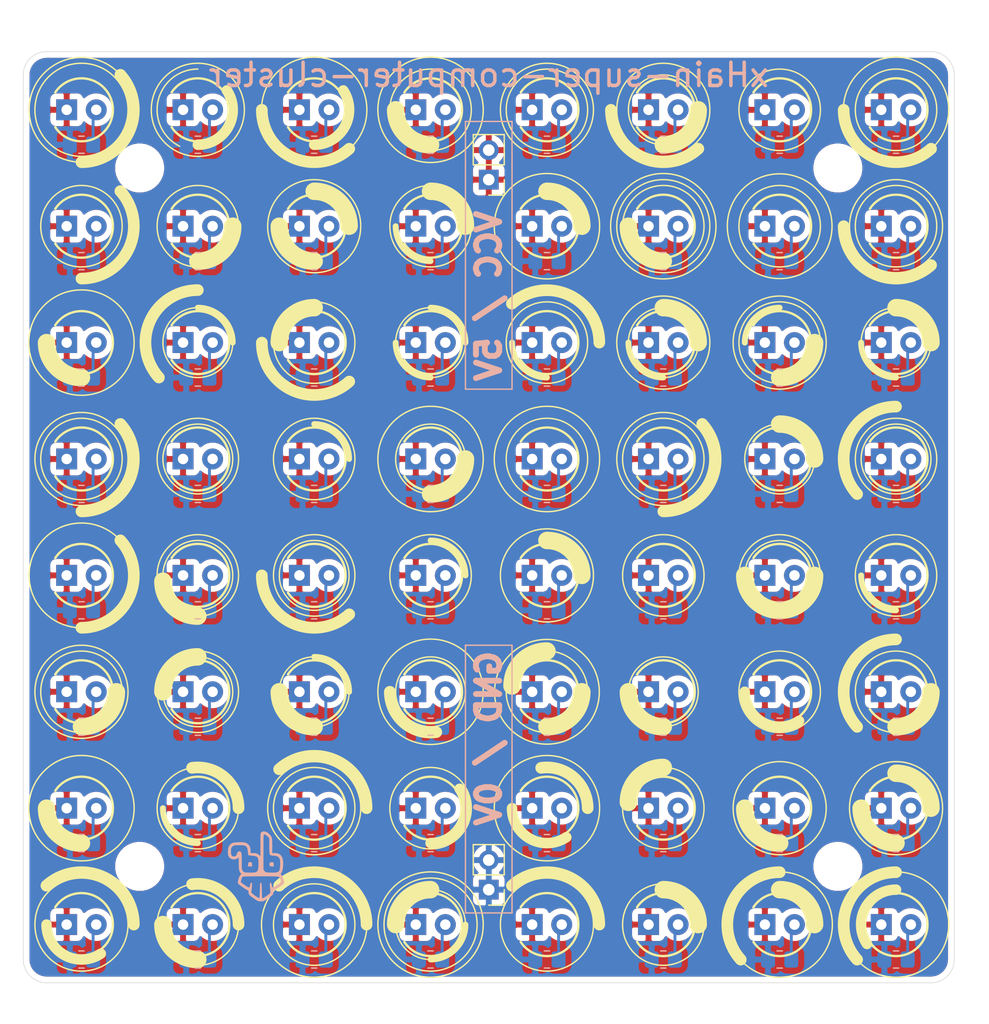
<source format=kicad_pcb>
(kicad_pcb (version 20171130) (host pcbnew "(5.1.9-0-10_14)")
  (layers (0 F.Cu signal) (31 B.Cu signal) (34 B.Paste user) (35 F.Paste user) (36 B.SilkS user) (37 F.SilkS user) (38 B.Mask user) (39 F.Mask user) (44 Edge.Cuts user))
  (net 0 "")
  (net 1 "Net-(D1-Pad2)")
  (net 2 "Net-(D1-Pad1)")
  (net 3 "Net-(J2-Pad1)")
  (module davedarko:R_0805_2012Metric_Pad1.20x1.40mm_HandSolder (layer B.Cu) (at 75 78)
    (fp_text reference R1 hide)
    (fp_text value R hide)
    (pad 2 smd roundrect (at 1 0) (size 1.2 1.4) (layers B.Cu B.Paste B.Mask) (roundrect_rratio 0.2083325) (net 1 "Net-(D1-Pad2)"))
    (pad 1 smd roundrect (at -1 0) (size 1.2 1.4) (layers B.Cu B.Paste B.Mask) (roundrect_rratio 0.2083325) (net 3 "Net-(J2-Pad1)"))
  )
  (module davedarko:R_0805_2012Metric_Pad1.20x1.40mm_HandSolder (layer B.Cu) (at 65 78)
    (fp_text reference R1 hide)
    (fp_text value R hide)
    (pad 2 smd roundrect (at 1 0) (size 1.2 1.4) (layers B.Cu B.Paste B.Mask) (roundrect_rratio 0.2083325) (net 1 "Net-(D1-Pad2)"))
    (pad 1 smd roundrect (at -1 0) (size 1.2 1.4) (layers B.Cu B.Paste B.Mask) (roundrect_rratio 0.2083325) (net 3 "Net-(J2-Pad1)"))
  )
  (module davedarko:R_0805_2012Metric_Pad1.20x1.40mm_HandSolder (layer B.Cu) (at 55 78)
    (fp_text reference R1 hide)
    (fp_text value R hide)
    (pad 2 smd roundrect (at 1 0) (size 1.2 1.4) (layers B.Cu B.Paste B.Mask) (roundrect_rratio 0.2083325) (net 1 "Net-(D1-Pad2)"))
    (pad 1 smd roundrect (at -1 0) (size 1.2 1.4) (layers B.Cu B.Paste B.Mask) (roundrect_rratio 0.2083325) (net 3 "Net-(J2-Pad1)"))
  )
  (module davedarko:R_0805_2012Metric_Pad1.20x1.40mm_HandSolder (layer B.Cu) (at 45 78)
    (fp_text reference R1 hide)
    (fp_text value R hide)
    (pad 2 smd roundrect (at 1 0) (size 1.2 1.4) (layers B.Cu B.Paste B.Mask) (roundrect_rratio 0.2083325) (net 1 "Net-(D1-Pad2)"))
    (pad 1 smd roundrect (at -1 0) (size 1.2 1.4) (layers B.Cu B.Paste B.Mask) (roundrect_rratio 0.2083325) (net 3 "Net-(J2-Pad1)"))
  )
  (module davedarko:R_0805_2012Metric_Pad1.20x1.40mm_HandSolder (layer B.Cu) (at 35 78)
    (fp_text reference R1 hide)
    (fp_text value R hide)
    (pad 2 smd roundrect (at 1 0) (size 1.2 1.4) (layers B.Cu B.Paste B.Mask) (roundrect_rratio 0.2083325) (net 1 "Net-(D1-Pad2)"))
    (pad 1 smd roundrect (at -1 0) (size 1.2 1.4) (layers B.Cu B.Paste B.Mask) (roundrect_rratio 0.2083325) (net 3 "Net-(J2-Pad1)"))
  )
  (module davedarko:R_0805_2012Metric_Pad1.20x1.40mm_HandSolder (layer B.Cu) (at 25 78)
    (fp_text reference R1 hide)
    (fp_text value R hide)
    (pad 2 smd roundrect (at 1 0) (size 1.2 1.4) (layers B.Cu B.Paste B.Mask) (roundrect_rratio 0.2083325) (net 1 "Net-(D1-Pad2)"))
    (pad 1 smd roundrect (at -1 0) (size 1.2 1.4) (layers B.Cu B.Paste B.Mask) (roundrect_rratio 0.2083325) (net 3 "Net-(J2-Pad1)"))
  )
  (module davedarko:R_0805_2012Metric_Pad1.20x1.40mm_HandSolder (layer B.Cu) (at 15 78)
    (fp_text reference R1 hide)
    (fp_text value R hide)
    (pad 2 smd roundrect (at 1 0) (size 1.2 1.4) (layers B.Cu B.Paste B.Mask) (roundrect_rratio 0.2083325) (net 1 "Net-(D1-Pad2)"))
    (pad 1 smd roundrect (at -1 0) (size 1.2 1.4) (layers B.Cu B.Paste B.Mask) (roundrect_rratio 0.2083325) (net 3 "Net-(J2-Pad1)"))
  )
  (module davedarko:R_0805_2012Metric_Pad1.20x1.40mm_HandSolder (layer B.Cu) (at 5 78)
    (fp_text reference R1 hide)
    (fp_text value R hide)
    (pad 2 smd roundrect (at 1 0) (size 1.2 1.4) (layers B.Cu B.Paste B.Mask) (roundrect_rratio 0.2083325) (net 1 "Net-(D1-Pad2)"))
    (pad 1 smd roundrect (at -1 0) (size 1.2 1.4) (layers B.Cu B.Paste B.Mask) (roundrect_rratio 0.2083325) (net 3 "Net-(J2-Pad1)"))
  )
  (module davedarko:R_0805_2012Metric_Pad1.20x1.40mm_HandSolder (layer B.Cu) (at 75 68)
    (fp_text reference R1 hide)
    (fp_text value R hide)
    (pad 2 smd roundrect (at 1 0) (size 1.2 1.4) (layers B.Cu B.Paste B.Mask) (roundrect_rratio 0.2083325) (net 1 "Net-(D1-Pad2)"))
    (pad 1 smd roundrect (at -1 0) (size 1.2 1.4) (layers B.Cu B.Paste B.Mask) (roundrect_rratio 0.2083325) (net 3 "Net-(J2-Pad1)"))
  )
  (module davedarko:R_0805_2012Metric_Pad1.20x1.40mm_HandSolder (layer B.Cu) (at 65 68)
    (fp_text reference R1 hide)
    (fp_text value R hide)
    (pad 2 smd roundrect (at 1 0) (size 1.2 1.4) (layers B.Cu B.Paste B.Mask) (roundrect_rratio 0.2083325) (net 1 "Net-(D1-Pad2)"))
    (pad 1 smd roundrect (at -1 0) (size 1.2 1.4) (layers B.Cu B.Paste B.Mask) (roundrect_rratio 0.2083325) (net 3 "Net-(J2-Pad1)"))
  )
  (module davedarko:R_0805_2012Metric_Pad1.20x1.40mm_HandSolder (layer B.Cu) (at 55 68)
    (fp_text reference R1 hide)
    (fp_text value R hide)
    (pad 2 smd roundrect (at 1 0) (size 1.2 1.4) (layers B.Cu B.Paste B.Mask) (roundrect_rratio 0.2083325) (net 1 "Net-(D1-Pad2)"))
    (pad 1 smd roundrect (at -1 0) (size 1.2 1.4) (layers B.Cu B.Paste B.Mask) (roundrect_rratio 0.2083325) (net 3 "Net-(J2-Pad1)"))
  )
  (module davedarko:R_0805_2012Metric_Pad1.20x1.40mm_HandSolder (layer B.Cu) (at 45 68)
    (fp_text reference R1 hide)
    (fp_text value R hide)
    (pad 2 smd roundrect (at 1 0) (size 1.2 1.4) (layers B.Cu B.Paste B.Mask) (roundrect_rratio 0.2083325) (net 1 "Net-(D1-Pad2)"))
    (pad 1 smd roundrect (at -1 0) (size 1.2 1.4) (layers B.Cu B.Paste B.Mask) (roundrect_rratio 0.2083325) (net 3 "Net-(J2-Pad1)"))
  )
  (module davedarko:R_0805_2012Metric_Pad1.20x1.40mm_HandSolder (layer B.Cu) (at 35 68)
    (fp_text reference R1 hide)
    (fp_text value R hide)
    (pad 2 smd roundrect (at 1 0) (size 1.2 1.4) (layers B.Cu B.Paste B.Mask) (roundrect_rratio 0.2083325) (net 1 "Net-(D1-Pad2)"))
    (pad 1 smd roundrect (at -1 0) (size 1.2 1.4) (layers B.Cu B.Paste B.Mask) (roundrect_rratio 0.2083325) (net 3 "Net-(J2-Pad1)"))
  )
  (module davedarko:R_0805_2012Metric_Pad1.20x1.40mm_HandSolder (layer B.Cu) (at 25 68)
    (fp_text reference R1 hide)
    (fp_text value R hide)
    (pad 2 smd roundrect (at 1 0) (size 1.2 1.4) (layers B.Cu B.Paste B.Mask) (roundrect_rratio 0.2083325) (net 1 "Net-(D1-Pad2)"))
    (pad 1 smd roundrect (at -1 0) (size 1.2 1.4) (layers B.Cu B.Paste B.Mask) (roundrect_rratio 0.2083325) (net 3 "Net-(J2-Pad1)"))
  )
  (module davedarko:R_0805_2012Metric_Pad1.20x1.40mm_HandSolder (layer B.Cu) (at 15 68)
    (fp_text reference R1 hide)
    (fp_text value R hide)
    (pad 2 smd roundrect (at 1 0) (size 1.2 1.4) (layers B.Cu B.Paste B.Mask) (roundrect_rratio 0.2083325) (net 1 "Net-(D1-Pad2)"))
    (pad 1 smd roundrect (at -1 0) (size 1.2 1.4) (layers B.Cu B.Paste B.Mask) (roundrect_rratio 0.2083325) (net 3 "Net-(J2-Pad1)"))
  )
  (module davedarko:R_0805_2012Metric_Pad1.20x1.40mm_HandSolder (layer B.Cu) (at 5 68)
    (fp_text reference R1 hide)
    (fp_text value R hide)
    (pad 2 smd roundrect (at 1 0) (size 1.2 1.4) (layers B.Cu B.Paste B.Mask) (roundrect_rratio 0.2083325) (net 1 "Net-(D1-Pad2)"))
    (pad 1 smd roundrect (at -1 0) (size 1.2 1.4) (layers B.Cu B.Paste B.Mask) (roundrect_rratio 0.2083325) (net 3 "Net-(J2-Pad1)"))
  )
  (module davedarko:R_0805_2012Metric_Pad1.20x1.40mm_HandSolder (layer B.Cu) (at 75 58)
    (fp_text reference R1 hide)
    (fp_text value R hide)
    (pad 2 smd roundrect (at 1 0) (size 1.2 1.4) (layers B.Cu B.Paste B.Mask) (roundrect_rratio 0.2083325) (net 1 "Net-(D1-Pad2)"))
    (pad 1 smd roundrect (at -1 0) (size 1.2 1.4) (layers B.Cu B.Paste B.Mask) (roundrect_rratio 0.2083325) (net 3 "Net-(J2-Pad1)"))
  )
  (module davedarko:R_0805_2012Metric_Pad1.20x1.40mm_HandSolder (layer B.Cu) (at 65 58)
    (fp_text reference R1 hide)
    (fp_text value R hide)
    (pad 2 smd roundrect (at 1 0) (size 1.2 1.4) (layers B.Cu B.Paste B.Mask) (roundrect_rratio 0.2083325) (net 1 "Net-(D1-Pad2)"))
    (pad 1 smd roundrect (at -1 0) (size 1.2 1.4) (layers B.Cu B.Paste B.Mask) (roundrect_rratio 0.2083325) (net 3 "Net-(J2-Pad1)"))
  )
  (module davedarko:R_0805_2012Metric_Pad1.20x1.40mm_HandSolder (layer B.Cu) (at 55 58)
    (fp_text reference R1 hide)
    (fp_text value R hide)
    (pad 2 smd roundrect (at 1 0) (size 1.2 1.4) (layers B.Cu B.Paste B.Mask) (roundrect_rratio 0.2083325) (net 1 "Net-(D1-Pad2)"))
    (pad 1 smd roundrect (at -1 0) (size 1.2 1.4) (layers B.Cu B.Paste B.Mask) (roundrect_rratio 0.2083325) (net 3 "Net-(J2-Pad1)"))
  )
  (module davedarko:R_0805_2012Metric_Pad1.20x1.40mm_HandSolder (layer B.Cu) (at 45 58)
    (fp_text reference R1 hide)
    (fp_text value R hide)
    (pad 2 smd roundrect (at 1 0) (size 1.2 1.4) (layers B.Cu B.Paste B.Mask) (roundrect_rratio 0.2083325) (net 1 "Net-(D1-Pad2)"))
    (pad 1 smd roundrect (at -1 0) (size 1.2 1.4) (layers B.Cu B.Paste B.Mask) (roundrect_rratio 0.2083325) (net 3 "Net-(J2-Pad1)"))
  )
  (module davedarko:R_0805_2012Metric_Pad1.20x1.40mm_HandSolder (layer B.Cu) (at 35 58)
    (fp_text reference R1 hide)
    (fp_text value R hide)
    (pad 2 smd roundrect (at 1 0) (size 1.2 1.4) (layers B.Cu B.Paste B.Mask) (roundrect_rratio 0.2083325) (net 1 "Net-(D1-Pad2)"))
    (pad 1 smd roundrect (at -1 0) (size 1.2 1.4) (layers B.Cu B.Paste B.Mask) (roundrect_rratio 0.2083325) (net 3 "Net-(J2-Pad1)"))
  )
  (module davedarko:R_0805_2012Metric_Pad1.20x1.40mm_HandSolder (layer B.Cu) (at 25 58)
    (fp_text reference R1 hide)
    (fp_text value R hide)
    (pad 2 smd roundrect (at 1 0) (size 1.2 1.4) (layers B.Cu B.Paste B.Mask) (roundrect_rratio 0.2083325) (net 1 "Net-(D1-Pad2)"))
    (pad 1 smd roundrect (at -1 0) (size 1.2 1.4) (layers B.Cu B.Paste B.Mask) (roundrect_rratio 0.2083325) (net 3 "Net-(J2-Pad1)"))
  )
  (module davedarko:R_0805_2012Metric_Pad1.20x1.40mm_HandSolder (layer B.Cu) (at 15 58)
    (fp_text reference R1 hide)
    (fp_text value R hide)
    (pad 2 smd roundrect (at 1 0) (size 1.2 1.4) (layers B.Cu B.Paste B.Mask) (roundrect_rratio 0.2083325) (net 1 "Net-(D1-Pad2)"))
    (pad 1 smd roundrect (at -1 0) (size 1.2 1.4) (layers B.Cu B.Paste B.Mask) (roundrect_rratio 0.2083325) (net 3 "Net-(J2-Pad1)"))
  )
  (module davedarko:R_0805_2012Metric_Pad1.20x1.40mm_HandSolder (layer B.Cu) (at 5 58)
    (fp_text reference R1 hide)
    (fp_text value R hide)
    (pad 2 smd roundrect (at 1 0) (size 1.2 1.4) (layers B.Cu B.Paste B.Mask) (roundrect_rratio 0.2083325) (net 1 "Net-(D1-Pad2)"))
    (pad 1 smd roundrect (at -1 0) (size 1.2 1.4) (layers B.Cu B.Paste B.Mask) (roundrect_rratio 0.2083325) (net 3 "Net-(J2-Pad1)"))
  )
  (module davedarko:R_0805_2012Metric_Pad1.20x1.40mm_HandSolder (layer B.Cu) (at 75 48)
    (fp_text reference R1 hide)
    (fp_text value R hide)
    (pad 2 smd roundrect (at 1 0) (size 1.2 1.4) (layers B.Cu B.Paste B.Mask) (roundrect_rratio 0.2083325) (net 1 "Net-(D1-Pad2)"))
    (pad 1 smd roundrect (at -1 0) (size 1.2 1.4) (layers B.Cu B.Paste B.Mask) (roundrect_rratio 0.2083325) (net 3 "Net-(J2-Pad1)"))
  )
  (module davedarko:R_0805_2012Metric_Pad1.20x1.40mm_HandSolder (layer B.Cu) (at 65 48)
    (fp_text reference R1 hide)
    (fp_text value R hide)
    (pad 2 smd roundrect (at 1 0) (size 1.2 1.4) (layers B.Cu B.Paste B.Mask) (roundrect_rratio 0.2083325) (net 1 "Net-(D1-Pad2)"))
    (pad 1 smd roundrect (at -1 0) (size 1.2 1.4) (layers B.Cu B.Paste B.Mask) (roundrect_rratio 0.2083325) (net 3 "Net-(J2-Pad1)"))
  )
  (module davedarko:R_0805_2012Metric_Pad1.20x1.40mm_HandSolder (layer B.Cu) (at 55 48)
    (fp_text reference R1 hide)
    (fp_text value R hide)
    (pad 2 smd roundrect (at 1 0) (size 1.2 1.4) (layers B.Cu B.Paste B.Mask) (roundrect_rratio 0.2083325) (net 1 "Net-(D1-Pad2)"))
    (pad 1 smd roundrect (at -1 0) (size 1.2 1.4) (layers B.Cu B.Paste B.Mask) (roundrect_rratio 0.2083325) (net 3 "Net-(J2-Pad1)"))
  )
  (module davedarko:R_0805_2012Metric_Pad1.20x1.40mm_HandSolder (layer B.Cu) (at 45 48)
    (fp_text reference R1 hide)
    (fp_text value R hide)
    (pad 2 smd roundrect (at 1 0) (size 1.2 1.4) (layers B.Cu B.Paste B.Mask) (roundrect_rratio 0.2083325) (net 1 "Net-(D1-Pad2)"))
    (pad 1 smd roundrect (at -1 0) (size 1.2 1.4) (layers B.Cu B.Paste B.Mask) (roundrect_rratio 0.2083325) (net 3 "Net-(J2-Pad1)"))
  )
  (module davedarko:R_0805_2012Metric_Pad1.20x1.40mm_HandSolder (layer B.Cu) (at 35 48)
    (fp_text reference R1 hide)
    (fp_text value R hide)
    (pad 2 smd roundrect (at 1 0) (size 1.2 1.4) (layers B.Cu B.Paste B.Mask) (roundrect_rratio 0.2083325) (net 1 "Net-(D1-Pad2)"))
    (pad 1 smd roundrect (at -1 0) (size 1.2 1.4) (layers B.Cu B.Paste B.Mask) (roundrect_rratio 0.2083325) (net 3 "Net-(J2-Pad1)"))
  )
  (module davedarko:R_0805_2012Metric_Pad1.20x1.40mm_HandSolder (layer B.Cu) (at 25 48)
    (fp_text reference R1 hide)
    (fp_text value R hide)
    (pad 2 smd roundrect (at 1 0) (size 1.2 1.4) (layers B.Cu B.Paste B.Mask) (roundrect_rratio 0.2083325) (net 1 "Net-(D1-Pad2)"))
    (pad 1 smd roundrect (at -1 0) (size 1.2 1.4) (layers B.Cu B.Paste B.Mask) (roundrect_rratio 0.2083325) (net 3 "Net-(J2-Pad1)"))
  )
  (module davedarko:R_0805_2012Metric_Pad1.20x1.40mm_HandSolder (layer B.Cu) (at 15 48)
    (fp_text reference R1 hide)
    (fp_text value R hide)
    (pad 2 smd roundrect (at 1 0) (size 1.2 1.4) (layers B.Cu B.Paste B.Mask) (roundrect_rratio 0.2083325) (net 1 "Net-(D1-Pad2)"))
    (pad 1 smd roundrect (at -1 0) (size 1.2 1.4) (layers B.Cu B.Paste B.Mask) (roundrect_rratio 0.2083325) (net 3 "Net-(J2-Pad1)"))
  )
  (module davedarko:R_0805_2012Metric_Pad1.20x1.40mm_HandSolder (layer B.Cu) (at 5 48)
    (fp_text reference R1 hide)
    (fp_text value R hide)
    (pad 2 smd roundrect (at 1 0) (size 1.2 1.4) (layers B.Cu B.Paste B.Mask) (roundrect_rratio 0.2083325) (net 1 "Net-(D1-Pad2)"))
    (pad 1 smd roundrect (at -1 0) (size 1.2 1.4) (layers B.Cu B.Paste B.Mask) (roundrect_rratio 0.2083325) (net 3 "Net-(J2-Pad1)"))
  )
  (module davedarko:R_0805_2012Metric_Pad1.20x1.40mm_HandSolder (layer B.Cu) (at 75 38)
    (fp_text reference R1 hide)
    (fp_text value R hide)
    (pad 2 smd roundrect (at 1 0) (size 1.2 1.4) (layers B.Cu B.Paste B.Mask) (roundrect_rratio 0.2083325) (net 1 "Net-(D1-Pad2)"))
    (pad 1 smd roundrect (at -1 0) (size 1.2 1.4) (layers B.Cu B.Paste B.Mask) (roundrect_rratio 0.2083325) (net 3 "Net-(J2-Pad1)"))
  )
  (module davedarko:R_0805_2012Metric_Pad1.20x1.40mm_HandSolder (layer B.Cu) (at 65 38)
    (fp_text reference R1 hide)
    (fp_text value R hide)
    (pad 2 smd roundrect (at 1 0) (size 1.2 1.4) (layers B.Cu B.Paste B.Mask) (roundrect_rratio 0.2083325) (net 1 "Net-(D1-Pad2)"))
    (pad 1 smd roundrect (at -1 0) (size 1.2 1.4) (layers B.Cu B.Paste B.Mask) (roundrect_rratio 0.2083325) (net 3 "Net-(J2-Pad1)"))
  )
  (module davedarko:R_0805_2012Metric_Pad1.20x1.40mm_HandSolder (layer B.Cu) (at 55 38)
    (fp_text reference R1 hide)
    (fp_text value R hide)
    (pad 2 smd roundrect (at 1 0) (size 1.2 1.4) (layers B.Cu B.Paste B.Mask) (roundrect_rratio 0.2083325) (net 1 "Net-(D1-Pad2)"))
    (pad 1 smd roundrect (at -1 0) (size 1.2 1.4) (layers B.Cu B.Paste B.Mask) (roundrect_rratio 0.2083325) (net 3 "Net-(J2-Pad1)"))
  )
  (module davedarko:R_0805_2012Metric_Pad1.20x1.40mm_HandSolder (layer B.Cu) (at 45 38)
    (fp_text reference R1 hide)
    (fp_text value R hide)
    (pad 2 smd roundrect (at 1 0) (size 1.2 1.4) (layers B.Cu B.Paste B.Mask) (roundrect_rratio 0.2083325) (net 1 "Net-(D1-Pad2)"))
    (pad 1 smd roundrect (at -1 0) (size 1.2 1.4) (layers B.Cu B.Paste B.Mask) (roundrect_rratio 0.2083325) (net 3 "Net-(J2-Pad1)"))
  )
  (module davedarko:R_0805_2012Metric_Pad1.20x1.40mm_HandSolder (layer B.Cu) (at 35 38)
    (fp_text reference R1 hide)
    (fp_text value R hide)
    (pad 2 smd roundrect (at 1 0) (size 1.2 1.4) (layers B.Cu B.Paste B.Mask) (roundrect_rratio 0.2083325) (net 1 "Net-(D1-Pad2)"))
    (pad 1 smd roundrect (at -1 0) (size 1.2 1.4) (layers B.Cu B.Paste B.Mask) (roundrect_rratio 0.2083325) (net 3 "Net-(J2-Pad1)"))
  )
  (module davedarko:R_0805_2012Metric_Pad1.20x1.40mm_HandSolder (layer B.Cu) (at 25 38)
    (fp_text reference R1 hide)
    (fp_text value R hide)
    (pad 2 smd roundrect (at 1 0) (size 1.2 1.4) (layers B.Cu B.Paste B.Mask) (roundrect_rratio 0.2083325) (net 1 "Net-(D1-Pad2)"))
    (pad 1 smd roundrect (at -1 0) (size 1.2 1.4) (layers B.Cu B.Paste B.Mask) (roundrect_rratio 0.2083325) (net 3 "Net-(J2-Pad1)"))
  )
  (module davedarko:R_0805_2012Metric_Pad1.20x1.40mm_HandSolder (layer B.Cu) (at 15 38)
    (fp_text reference R1 hide)
    (fp_text value R hide)
    (pad 2 smd roundrect (at 1 0) (size 1.2 1.4) (layers B.Cu B.Paste B.Mask) (roundrect_rratio 0.2083325) (net 1 "Net-(D1-Pad2)"))
    (pad 1 smd roundrect (at -1 0) (size 1.2 1.4) (layers B.Cu B.Paste B.Mask) (roundrect_rratio 0.2083325) (net 3 "Net-(J2-Pad1)"))
  )
  (module davedarko:R_0805_2012Metric_Pad1.20x1.40mm_HandSolder (layer B.Cu) (at 5 38)
    (fp_text reference R1 hide)
    (fp_text value R hide)
    (pad 2 smd roundrect (at 1 0) (size 1.2 1.4) (layers B.Cu B.Paste B.Mask) (roundrect_rratio 0.2083325) (net 1 "Net-(D1-Pad2)"))
    (pad 1 smd roundrect (at -1 0) (size 1.2 1.4) (layers B.Cu B.Paste B.Mask) (roundrect_rratio 0.2083325) (net 3 "Net-(J2-Pad1)"))
  )
  (module davedarko:R_0805_2012Metric_Pad1.20x1.40mm_HandSolder (layer B.Cu) (at 75 28)
    (fp_text reference R1 hide)
    (fp_text value R hide)
    (pad 2 smd roundrect (at 1 0) (size 1.2 1.4) (layers B.Cu B.Paste B.Mask) (roundrect_rratio 0.2083325) (net 1 "Net-(D1-Pad2)"))
    (pad 1 smd roundrect (at -1 0) (size 1.2 1.4) (layers B.Cu B.Paste B.Mask) (roundrect_rratio 0.2083325) (net 3 "Net-(J2-Pad1)"))
  )
  (module davedarko:R_0805_2012Metric_Pad1.20x1.40mm_HandSolder (layer B.Cu) (at 65 28)
    (fp_text reference R1 hide)
    (fp_text value R hide)
    (pad 2 smd roundrect (at 1 0) (size 1.2 1.4) (layers B.Cu B.Paste B.Mask) (roundrect_rratio 0.2083325) (net 1 "Net-(D1-Pad2)"))
    (pad 1 smd roundrect (at -1 0) (size 1.2 1.4) (layers B.Cu B.Paste B.Mask) (roundrect_rratio 0.2083325) (net 3 "Net-(J2-Pad1)"))
  )
  (module davedarko:R_0805_2012Metric_Pad1.20x1.40mm_HandSolder (layer B.Cu) (at 55 28)
    (fp_text reference R1 hide)
    (fp_text value R hide)
    (pad 2 smd roundrect (at 1 0) (size 1.2 1.4) (layers B.Cu B.Paste B.Mask) (roundrect_rratio 0.2083325) (net 1 "Net-(D1-Pad2)"))
    (pad 1 smd roundrect (at -1 0) (size 1.2 1.4) (layers B.Cu B.Paste B.Mask) (roundrect_rratio 0.2083325) (net 3 "Net-(J2-Pad1)"))
  )
  (module davedarko:R_0805_2012Metric_Pad1.20x1.40mm_HandSolder (layer B.Cu) (at 45 28)
    (fp_text reference R1 hide)
    (fp_text value R hide)
    (pad 2 smd roundrect (at 1 0) (size 1.2 1.4) (layers B.Cu B.Paste B.Mask) (roundrect_rratio 0.2083325) (net 1 "Net-(D1-Pad2)"))
    (pad 1 smd roundrect (at -1 0) (size 1.2 1.4) (layers B.Cu B.Paste B.Mask) (roundrect_rratio 0.2083325) (net 3 "Net-(J2-Pad1)"))
  )
  (module davedarko:R_0805_2012Metric_Pad1.20x1.40mm_HandSolder (layer B.Cu) (at 35 28)
    (fp_text reference R1 hide)
    (fp_text value R hide)
    (pad 2 smd roundrect (at 1 0) (size 1.2 1.4) (layers B.Cu B.Paste B.Mask) (roundrect_rratio 0.2083325) (net 1 "Net-(D1-Pad2)"))
    (pad 1 smd roundrect (at -1 0) (size 1.2 1.4) (layers B.Cu B.Paste B.Mask) (roundrect_rratio 0.2083325) (net 3 "Net-(J2-Pad1)"))
  )
  (module davedarko:R_0805_2012Metric_Pad1.20x1.40mm_HandSolder (layer B.Cu) (at 25 28)
    (fp_text reference R1 hide)
    (fp_text value R hide)
    (pad 2 smd roundrect (at 1 0) (size 1.2 1.4) (layers B.Cu B.Paste B.Mask) (roundrect_rratio 0.2083325) (net 1 "Net-(D1-Pad2)"))
    (pad 1 smd roundrect (at -1 0) (size 1.2 1.4) (layers B.Cu B.Paste B.Mask) (roundrect_rratio 0.2083325) (net 3 "Net-(J2-Pad1)"))
  )
  (module davedarko:R_0805_2012Metric_Pad1.20x1.40mm_HandSolder (layer B.Cu) (at 15 28)
    (fp_text reference R1 hide)
    (fp_text value R hide)
    (pad 2 smd roundrect (at 1 0) (size 1.2 1.4) (layers B.Cu B.Paste B.Mask) (roundrect_rratio 0.2083325) (net 1 "Net-(D1-Pad2)"))
    (pad 1 smd roundrect (at -1 0) (size 1.2 1.4) (layers B.Cu B.Paste B.Mask) (roundrect_rratio 0.2083325) (net 3 "Net-(J2-Pad1)"))
  )
  (module davedarko:R_0805_2012Metric_Pad1.20x1.40mm_HandSolder (layer B.Cu) (at 5 28)
    (fp_text reference R1 hide)
    (fp_text value R hide)
    (pad 2 smd roundrect (at 1 0) (size 1.2 1.4) (layers B.Cu B.Paste B.Mask) (roundrect_rratio 0.2083325) (net 1 "Net-(D1-Pad2)"))
    (pad 1 smd roundrect (at -1 0) (size 1.2 1.4) (layers B.Cu B.Paste B.Mask) (roundrect_rratio 0.2083325) (net 3 "Net-(J2-Pad1)"))
  )
  (module davedarko:R_0805_2012Metric_Pad1.20x1.40mm_HandSolder (layer B.Cu) (at 75 18)
    (fp_text reference R1 hide)
    (fp_text value R hide)
    (pad 2 smd roundrect (at 1 0) (size 1.2 1.4) (layers B.Cu B.Paste B.Mask) (roundrect_rratio 0.2083325) (net 1 "Net-(D1-Pad2)"))
    (pad 1 smd roundrect (at -1 0) (size 1.2 1.4) (layers B.Cu B.Paste B.Mask) (roundrect_rratio 0.2083325) (net 3 "Net-(J2-Pad1)"))
  )
  (module davedarko:R_0805_2012Metric_Pad1.20x1.40mm_HandSolder (layer B.Cu) (at 65 18)
    (fp_text reference R1 hide)
    (fp_text value R hide)
    (pad 2 smd roundrect (at 1 0) (size 1.2 1.4) (layers B.Cu B.Paste B.Mask) (roundrect_rratio 0.2083325) (net 1 "Net-(D1-Pad2)"))
    (pad 1 smd roundrect (at -1 0) (size 1.2 1.4) (layers B.Cu B.Paste B.Mask) (roundrect_rratio 0.2083325) (net 3 "Net-(J2-Pad1)"))
  )
  (module davedarko:R_0805_2012Metric_Pad1.20x1.40mm_HandSolder (layer B.Cu) (at 55 18)
    (fp_text reference R1 hide)
    (fp_text value R hide)
    (pad 2 smd roundrect (at 1 0) (size 1.2 1.4) (layers B.Cu B.Paste B.Mask) (roundrect_rratio 0.2083325) (net 1 "Net-(D1-Pad2)"))
    (pad 1 smd roundrect (at -1 0) (size 1.2 1.4) (layers B.Cu B.Paste B.Mask) (roundrect_rratio 0.2083325) (net 3 "Net-(J2-Pad1)"))
  )
  (module davedarko:R_0805_2012Metric_Pad1.20x1.40mm_HandSolder (layer B.Cu) (at 45 18)
    (fp_text reference R1 hide)
    (fp_text value R hide)
    (pad 2 smd roundrect (at 1 0) (size 1.2 1.4) (layers B.Cu B.Paste B.Mask) (roundrect_rratio 0.2083325) (net 1 "Net-(D1-Pad2)"))
    (pad 1 smd roundrect (at -1 0) (size 1.2 1.4) (layers B.Cu B.Paste B.Mask) (roundrect_rratio 0.2083325) (net 3 "Net-(J2-Pad1)"))
  )
  (module davedarko:R_0805_2012Metric_Pad1.20x1.40mm_HandSolder (layer B.Cu) (at 35 18)
    (fp_text reference R1 hide)
    (fp_text value R hide)
    (pad 2 smd roundrect (at 1 0) (size 1.2 1.4) (layers B.Cu B.Paste B.Mask) (roundrect_rratio 0.2083325) (net 1 "Net-(D1-Pad2)"))
    (pad 1 smd roundrect (at -1 0) (size 1.2 1.4) (layers B.Cu B.Paste B.Mask) (roundrect_rratio 0.2083325) (net 3 "Net-(J2-Pad1)"))
  )
  (module davedarko:R_0805_2012Metric_Pad1.20x1.40mm_HandSolder (layer B.Cu) (at 25 18)
    (fp_text reference R1 hide)
    (fp_text value R hide)
    (pad 2 smd roundrect (at 1 0) (size 1.2 1.4) (layers B.Cu B.Paste B.Mask) (roundrect_rratio 0.2083325) (net 1 "Net-(D1-Pad2)"))
    (pad 1 smd roundrect (at -1 0) (size 1.2 1.4) (layers B.Cu B.Paste B.Mask) (roundrect_rratio 0.2083325) (net 3 "Net-(J2-Pad1)"))
  )
  (module davedarko:R_0805_2012Metric_Pad1.20x1.40mm_HandSolder (layer B.Cu) (at 15 18)
    (fp_text reference R1 hide)
    (fp_text value R hide)
    (pad 2 smd roundrect (at 1 0) (size 1.2 1.4) (layers B.Cu B.Paste B.Mask) (roundrect_rratio 0.2083325) (net 1 "Net-(D1-Pad2)"))
    (pad 1 smd roundrect (at -1 0) (size 1.2 1.4) (layers B.Cu B.Paste B.Mask) (roundrect_rratio 0.2083325) (net 3 "Net-(J2-Pad1)"))
  )
  (module davedarko:R_0805_2012Metric_Pad1.20x1.40mm_HandSolder (layer B.Cu) (at 5 18)
    (fp_text reference R1 hide)
    (fp_text value R hide)
    (pad 2 smd roundrect (at 1 0) (size 1.2 1.4) (layers B.Cu B.Paste B.Mask) (roundrect_rratio 0.2083325) (net 1 "Net-(D1-Pad2)"))
    (pad 1 smd roundrect (at -1 0) (size 1.2 1.4) (layers B.Cu B.Paste B.Mask) (roundrect_rratio 0.2083325) (net 3 "Net-(J2-Pad1)"))
  )
  (module davedarko:R_0805_2012Metric_Pad1.20x1.40mm_HandSolder (layer B.Cu) (at 75 8)
    (fp_text reference R1 hide)
    (fp_text value R hide)
    (pad 2 smd roundrect (at 1 0) (size 1.2 1.4) (layers B.Cu B.Paste B.Mask) (roundrect_rratio 0.2083325) (net 1 "Net-(D1-Pad2)"))
    (pad 1 smd roundrect (at -1 0) (size 1.2 1.4) (layers B.Cu B.Paste B.Mask) (roundrect_rratio 0.2083325) (net 3 "Net-(J2-Pad1)"))
  )
  (module davedarko:R_0805_2012Metric_Pad1.20x1.40mm_HandSolder (layer B.Cu) (at 65 8)
    (fp_text reference R1 hide)
    (fp_text value R hide)
    (pad 2 smd roundrect (at 1 0) (size 1.2 1.4) (layers B.Cu B.Paste B.Mask) (roundrect_rratio 0.2083325) (net 1 "Net-(D1-Pad2)"))
    (pad 1 smd roundrect (at -1 0) (size 1.2 1.4) (layers B.Cu B.Paste B.Mask) (roundrect_rratio 0.2083325) (net 3 "Net-(J2-Pad1)"))
  )
  (module davedarko:R_0805_2012Metric_Pad1.20x1.40mm_HandSolder (layer B.Cu) (at 55 8)
    (fp_text reference R1 hide)
    (fp_text value R hide)
    (pad 2 smd roundrect (at 1 0) (size 1.2 1.4) (layers B.Cu B.Paste B.Mask) (roundrect_rratio 0.2083325) (net 1 "Net-(D1-Pad2)"))
    (pad 1 smd roundrect (at -1 0) (size 1.2 1.4) (layers B.Cu B.Paste B.Mask) (roundrect_rratio 0.2083325) (net 3 "Net-(J2-Pad1)"))
  )
  (module davedarko:R_0805_2012Metric_Pad1.20x1.40mm_HandSolder (layer B.Cu) (at 45 8)
    (fp_text reference R1 hide)
    (fp_text value R hide)
    (pad 2 smd roundrect (at 1 0) (size 1.2 1.4) (layers B.Cu B.Paste B.Mask) (roundrect_rratio 0.2083325) (net 1 "Net-(D1-Pad2)"))
    (pad 1 smd roundrect (at -1 0) (size 1.2 1.4) (layers B.Cu B.Paste B.Mask) (roundrect_rratio 0.2083325) (net 3 "Net-(J2-Pad1)"))
  )
  (module davedarko:R_0805_2012Metric_Pad1.20x1.40mm_HandSolder (layer B.Cu) (at 35 8)
    (fp_text reference R1 hide)
    (fp_text value R hide)
    (pad 2 smd roundrect (at 1 0) (size 1.2 1.4) (layers B.Cu B.Paste B.Mask) (roundrect_rratio 0.2083325) (net 1 "Net-(D1-Pad2)"))
    (pad 1 smd roundrect (at -1 0) (size 1.2 1.4) (layers B.Cu B.Paste B.Mask) (roundrect_rratio 0.2083325) (net 3 "Net-(J2-Pad1)"))
  )
  (module davedarko:R_0805_2012Metric_Pad1.20x1.40mm_HandSolder (layer B.Cu) (at 25 8)
    (fp_text reference R1 hide)
    (fp_text value R hide)
    (pad 2 smd roundrect (at 1 0) (size 1.2 1.4) (layers B.Cu B.Paste B.Mask) (roundrect_rratio 0.2083325) (net 1 "Net-(D1-Pad2)"))
    (pad 1 smd roundrect (at -1 0) (size 1.2 1.4) (layers B.Cu B.Paste B.Mask) (roundrect_rratio 0.2083325) (net 3 "Net-(J2-Pad1)"))
  )
  (module davedarko:R_0805_2012Metric_Pad1.20x1.40mm_HandSolder (layer B.Cu) (at 15 8)
    (fp_text reference R1 hide)
    (fp_text value R hide)
    (pad 2 smd roundrect (at 1 0) (size 1.2 1.4) (layers B.Cu B.Paste B.Mask) (roundrect_rratio 0.2083325) (net 1 "Net-(D1-Pad2)"))
    (pad 1 smd roundrect (at -1 0) (size 1.2 1.4) (layers B.Cu B.Paste B.Mask) (roundrect_rratio 0.2083325) (net 3 "Net-(J2-Pad1)"))
  )
  (module davedarko:R_0805_2012Metric_Pad1.20x1.40mm_HandSolder (layer B.Cu) (at 5 8)
    (fp_text reference R1 hide)
    (fp_text value R hide)
    (pad 2 smd roundrect (at 1 0) (size 1.2 1.4) (layers B.Cu B.Paste B.Mask) (roundrect_rratio 0.2083325) (net 1 "Net-(D1-Pad2)"))
    (pad 1 smd roundrect (at -1 0) (size 1.2 1.4) (layers B.Cu B.Paste B.Mask) (roundrect_rratio 0.2083325) (net 3 "Net-(J2-Pad1)"))
  )
  (module davedarko:davedarko_logo_silk_outline (layer B.Cu) (at 20 70 180)
    (fp_text reference Ref** hide)
    (fp_text value Val** hide)
  )
  (module davedarko:LED_D5.0mm (layer F.Cu) (at 75 75)
    (fp_text reference D1 hide)
    (fp_text value LED)
    (pad 2 thru_hole circle (at 1.27 0) (size 1.8 1.8) (drill 0.9) (layers *.Cu *.Mask) (net 1 "Net-(D1-Pad2)"))
    (pad 1 thru_hole rect (at -1.27 0) (size 1.8 1.8) (drill 0.9) (layers *.Cu *.Mask) (net 2 "Net-(D1-Pad1)"))
  )
  (module davedarko:LED_D5.0mm (layer F.Cu) (at 65 75)
    (fp_text reference D1 hide)
    (fp_text value LED)
    (pad 2 thru_hole circle (at 1.27 0) (size 1.8 1.8) (drill 0.9) (layers *.Cu *.Mask) (net 1 "Net-(D1-Pad2)"))
    (pad 1 thru_hole rect (at -1.27 0) (size 1.8 1.8) (drill 0.9) (layers *.Cu *.Mask) (net 2 "Net-(D1-Pad1)"))
  )
  (module davedarko:LED_D5.0mm (layer F.Cu) (at 55 75)
    (fp_text reference D1 hide)
    (fp_text value LED)
    (pad 2 thru_hole circle (at 1.27 0) (size 1.8 1.8) (drill 0.9) (layers *.Cu *.Mask) (net 1 "Net-(D1-Pad2)"))
    (pad 1 thru_hole rect (at -1.27 0) (size 1.8 1.8) (drill 0.9) (layers *.Cu *.Mask) (net 2 "Net-(D1-Pad1)"))
  )
  (module davedarko:LED_D5.0mm (layer F.Cu) (at 45 75)
    (fp_text reference D1 hide)
    (fp_text value LED)
    (pad 2 thru_hole circle (at 1.27 0) (size 1.8 1.8) (drill 0.9) (layers *.Cu *.Mask) (net 1 "Net-(D1-Pad2)"))
    (pad 1 thru_hole rect (at -1.27 0) (size 1.8 1.8) (drill 0.9) (layers *.Cu *.Mask) (net 2 "Net-(D1-Pad1)"))
  )
  (module davedarko:LED_D5.0mm (layer F.Cu) (at 35 75)
    (fp_text reference D1 hide)
    (fp_text value LED)
    (pad 2 thru_hole circle (at 1.27 0) (size 1.8 1.8) (drill 0.9) (layers *.Cu *.Mask) (net 1 "Net-(D1-Pad2)"))
    (pad 1 thru_hole rect (at -1.27 0) (size 1.8 1.8) (drill 0.9) (layers *.Cu *.Mask) (net 2 "Net-(D1-Pad1)"))
  )
  (module davedarko:LED_D5.0mm (layer F.Cu) (at 25 75)
    (fp_text reference D1 hide)
    (fp_text value LED)
    (pad 2 thru_hole circle (at 1.27 0) (size 1.8 1.8) (drill 0.9) (layers *.Cu *.Mask) (net 1 "Net-(D1-Pad2)"))
    (pad 1 thru_hole rect (at -1.27 0) (size 1.8 1.8) (drill 0.9) (layers *.Cu *.Mask) (net 2 "Net-(D1-Pad1)"))
  )
  (module davedarko:LED_D5.0mm (layer F.Cu) (at 15 75)
    (fp_text reference D1 hide)
    (fp_text value LED)
    (pad 2 thru_hole circle (at 1.27 0) (size 1.8 1.8) (drill 0.9) (layers *.Cu *.Mask) (net 1 "Net-(D1-Pad2)"))
    (pad 1 thru_hole rect (at -1.27 0) (size 1.8 1.8) (drill 0.9) (layers *.Cu *.Mask) (net 2 "Net-(D1-Pad1)"))
  )
  (module davedarko:LED_D5.0mm (layer F.Cu) (at 5 75)
    (fp_text reference D1 hide)
    (fp_text value LED)
    (pad 2 thru_hole circle (at 1.27 0) (size 1.8 1.8) (drill 0.9) (layers *.Cu *.Mask) (net 1 "Net-(D1-Pad2)"))
    (pad 1 thru_hole rect (at -1.27 0) (size 1.8 1.8) (drill 0.9) (layers *.Cu *.Mask) (net 2 "Net-(D1-Pad1)"))
  )
  (module davedarko:LED_D5.0mm (layer F.Cu) (at 75 65)
    (fp_text reference D1 hide)
    (fp_text value LED)
    (pad 2 thru_hole circle (at 1.27 0) (size 1.8 1.8) (drill 0.9) (layers *.Cu *.Mask) (net 1 "Net-(D1-Pad2)"))
    (pad 1 thru_hole rect (at -1.27 0) (size 1.8 1.8) (drill 0.9) (layers *.Cu *.Mask) (net 2 "Net-(D1-Pad1)"))
  )
  (module davedarko:LED_D5.0mm (layer F.Cu) (at 65 65)
    (fp_text reference D1 hide)
    (fp_text value LED)
    (pad 2 thru_hole circle (at 1.27 0) (size 1.8 1.8) (drill 0.9) (layers *.Cu *.Mask) (net 1 "Net-(D1-Pad2)"))
    (pad 1 thru_hole rect (at -1.27 0) (size 1.8 1.8) (drill 0.9) (layers *.Cu *.Mask) (net 2 "Net-(D1-Pad1)"))
  )
  (module davedarko:LED_D5.0mm (layer F.Cu) (at 55 65)
    (fp_text reference D1 hide)
    (fp_text value LED)
    (pad 2 thru_hole circle (at 1.27 0) (size 1.8 1.8) (drill 0.9) (layers *.Cu *.Mask) (net 1 "Net-(D1-Pad2)"))
    (pad 1 thru_hole rect (at -1.27 0) (size 1.8 1.8) (drill 0.9) (layers *.Cu *.Mask) (net 2 "Net-(D1-Pad1)"))
  )
  (module davedarko:LED_D5.0mm (layer F.Cu) (at 45 65)
    (fp_text reference D1 hide)
    (fp_text value LED)
    (pad 2 thru_hole circle (at 1.27 0) (size 1.8 1.8) (drill 0.9) (layers *.Cu *.Mask) (net 1 "Net-(D1-Pad2)"))
    (pad 1 thru_hole rect (at -1.27 0) (size 1.8 1.8) (drill 0.9) (layers *.Cu *.Mask) (net 2 "Net-(D1-Pad1)"))
  )
  (module davedarko:LED_D5.0mm (layer F.Cu) (at 35 65)
    (fp_text reference D1 hide)
    (fp_text value LED)
    (pad 2 thru_hole circle (at 1.27 0) (size 1.8 1.8) (drill 0.9) (layers *.Cu *.Mask) (net 1 "Net-(D1-Pad2)"))
    (pad 1 thru_hole rect (at -1.27 0) (size 1.8 1.8) (drill 0.9) (layers *.Cu *.Mask) (net 2 "Net-(D1-Pad1)"))
  )
  (module davedarko:LED_D5.0mm (layer F.Cu) (at 25 65)
    (fp_text reference D1 hide)
    (fp_text value LED)
    (pad 2 thru_hole circle (at 1.27 0) (size 1.8 1.8) (drill 0.9) (layers *.Cu *.Mask) (net 1 "Net-(D1-Pad2)"))
    (pad 1 thru_hole rect (at -1.27 0) (size 1.8 1.8) (drill 0.9) (layers *.Cu *.Mask) (net 2 "Net-(D1-Pad1)"))
  )
  (module davedarko:LED_D5.0mm (layer F.Cu) (at 15 65)
    (fp_text reference D1 hide)
    (fp_text value LED)
    (pad 2 thru_hole circle (at 1.27 0) (size 1.8 1.8) (drill 0.9) (layers *.Cu *.Mask) (net 1 "Net-(D1-Pad2)"))
    (pad 1 thru_hole rect (at -1.27 0) (size 1.8 1.8) (drill 0.9) (layers *.Cu *.Mask) (net 2 "Net-(D1-Pad1)"))
  )
  (module davedarko:LED_D5.0mm (layer F.Cu) (at 5 65)
    (fp_text reference D1 hide)
    (fp_text value LED)
    (pad 2 thru_hole circle (at 1.27 0) (size 1.8 1.8) (drill 0.9) (layers *.Cu *.Mask) (net 1 "Net-(D1-Pad2)"))
    (pad 1 thru_hole rect (at -1.27 0) (size 1.8 1.8) (drill 0.9) (layers *.Cu *.Mask) (net 2 "Net-(D1-Pad1)"))
  )
  (module davedarko:LED_D5.0mm (layer F.Cu) (at 75 55)
    (fp_text reference D1 hide)
    (fp_text value LED)
    (pad 2 thru_hole circle (at 1.27 0) (size 1.8 1.8) (drill 0.9) (layers *.Cu *.Mask) (net 1 "Net-(D1-Pad2)"))
    (pad 1 thru_hole rect (at -1.27 0) (size 1.8 1.8) (drill 0.9) (layers *.Cu *.Mask) (net 2 "Net-(D1-Pad1)"))
  )
  (module davedarko:LED_D5.0mm (layer F.Cu) (at 65 55)
    (fp_text reference D1 hide)
    (fp_text value LED)
    (pad 2 thru_hole circle (at 1.27 0) (size 1.8 1.8) (drill 0.9) (layers *.Cu *.Mask) (net 1 "Net-(D1-Pad2)"))
    (pad 1 thru_hole rect (at -1.27 0) (size 1.8 1.8) (drill 0.9) (layers *.Cu *.Mask) (net 2 "Net-(D1-Pad1)"))
  )
  (module davedarko:LED_D5.0mm (layer F.Cu) (at 55 55)
    (fp_text reference D1 hide)
    (fp_text value LED)
    (pad 2 thru_hole circle (at 1.27 0) (size 1.8 1.8) (drill 0.9) (layers *.Cu *.Mask) (net 1 "Net-(D1-Pad2)"))
    (pad 1 thru_hole rect (at -1.27 0) (size 1.8 1.8) (drill 0.9) (layers *.Cu *.Mask) (net 2 "Net-(D1-Pad1)"))
  )
  (module davedarko:LED_D5.0mm (layer F.Cu) (at 45 55)
    (fp_text reference D1 hide)
    (fp_text value LED)
    (pad 2 thru_hole circle (at 1.27 0) (size 1.8 1.8) (drill 0.9) (layers *.Cu *.Mask) (net 1 "Net-(D1-Pad2)"))
    (pad 1 thru_hole rect (at -1.27 0) (size 1.8 1.8) (drill 0.9) (layers *.Cu *.Mask) (net 2 "Net-(D1-Pad1)"))
  )
  (module davedarko:LED_D5.0mm (layer F.Cu) (at 35 55)
    (fp_text reference D1 hide)
    (fp_text value LED)
    (pad 2 thru_hole circle (at 1.27 0) (size 1.8 1.8) (drill 0.9) (layers *.Cu *.Mask) (net 1 "Net-(D1-Pad2)"))
    (pad 1 thru_hole rect (at -1.27 0) (size 1.8 1.8) (drill 0.9) (layers *.Cu *.Mask) (net 2 "Net-(D1-Pad1)"))
  )
  (module davedarko:LED_D5.0mm (layer F.Cu) (at 25 55)
    (fp_text reference D1 hide)
    (fp_text value LED)
    (pad 2 thru_hole circle (at 1.27 0) (size 1.8 1.8) (drill 0.9) (layers *.Cu *.Mask) (net 1 "Net-(D1-Pad2)"))
    (pad 1 thru_hole rect (at -1.27 0) (size 1.8 1.8) (drill 0.9) (layers *.Cu *.Mask) (net 2 "Net-(D1-Pad1)"))
  )
  (module davedarko:LED_D5.0mm (layer F.Cu) (at 15 55)
    (fp_text reference D1 hide)
    (fp_text value LED)
    (pad 2 thru_hole circle (at 1.27 0) (size 1.8 1.8) (drill 0.9) (layers *.Cu *.Mask) (net 1 "Net-(D1-Pad2)"))
    (pad 1 thru_hole rect (at -1.27 0) (size 1.8 1.8) (drill 0.9) (layers *.Cu *.Mask) (net 2 "Net-(D1-Pad1)"))
  )
  (module davedarko:LED_D5.0mm (layer F.Cu) (at 5 55)
    (fp_text reference D1 hide)
    (fp_text value LED)
    (pad 2 thru_hole circle (at 1.27 0) (size 1.8 1.8) (drill 0.9) (layers *.Cu *.Mask) (net 1 "Net-(D1-Pad2)"))
    (pad 1 thru_hole rect (at -1.27 0) (size 1.8 1.8) (drill 0.9) (layers *.Cu *.Mask) (net 2 "Net-(D1-Pad1)"))
  )
  (module davedarko:LED_D5.0mm (layer F.Cu) (at 75 45)
    (fp_text reference D1 hide)
    (fp_text value LED)
    (pad 2 thru_hole circle (at 1.27 0) (size 1.8 1.8) (drill 0.9) (layers *.Cu *.Mask) (net 1 "Net-(D1-Pad2)"))
    (pad 1 thru_hole rect (at -1.27 0) (size 1.8 1.8) (drill 0.9) (layers *.Cu *.Mask) (net 2 "Net-(D1-Pad1)"))
  )
  (module davedarko:LED_D5.0mm (layer F.Cu) (at 65 45)
    (fp_text reference D1 hide)
    (fp_text value LED)
    (pad 2 thru_hole circle (at 1.27 0) (size 1.8 1.8) (drill 0.9) (layers *.Cu *.Mask) (net 1 "Net-(D1-Pad2)"))
    (pad 1 thru_hole rect (at -1.27 0) (size 1.8 1.8) (drill 0.9) (layers *.Cu *.Mask) (net 2 "Net-(D1-Pad1)"))
  )
  (module davedarko:LED_D5.0mm (layer F.Cu) (at 55 45)
    (fp_text reference D1 hide)
    (fp_text value LED)
    (pad 2 thru_hole circle (at 1.27 0) (size 1.8 1.8) (drill 0.9) (layers *.Cu *.Mask) (net 1 "Net-(D1-Pad2)"))
    (pad 1 thru_hole rect (at -1.27 0) (size 1.8 1.8) (drill 0.9) (layers *.Cu *.Mask) (net 2 "Net-(D1-Pad1)"))
  )
  (module davedarko:LED_D5.0mm (layer F.Cu) (at 45 45)
    (fp_text reference D1 hide)
    (fp_text value LED)
    (pad 2 thru_hole circle (at 1.27 0) (size 1.8 1.8) (drill 0.9) (layers *.Cu *.Mask) (net 1 "Net-(D1-Pad2)"))
    (pad 1 thru_hole rect (at -1.27 0) (size 1.8 1.8) (drill 0.9) (layers *.Cu *.Mask) (net 2 "Net-(D1-Pad1)"))
  )
  (module davedarko:LED_D5.0mm (layer F.Cu) (at 35 45)
    (fp_text reference D1 hide)
    (fp_text value LED)
    (pad 2 thru_hole circle (at 1.27 0) (size 1.8 1.8) (drill 0.9) (layers *.Cu *.Mask) (net 1 "Net-(D1-Pad2)"))
    (pad 1 thru_hole rect (at -1.27 0) (size 1.8 1.8) (drill 0.9) (layers *.Cu *.Mask) (net 2 "Net-(D1-Pad1)"))
  )
  (module davedarko:LED_D5.0mm (layer F.Cu) (at 25 45)
    (fp_text reference D1 hide)
    (fp_text value LED)
    (pad 2 thru_hole circle (at 1.27 0) (size 1.8 1.8) (drill 0.9) (layers *.Cu *.Mask) (net 1 "Net-(D1-Pad2)"))
    (pad 1 thru_hole rect (at -1.27 0) (size 1.8 1.8) (drill 0.9) (layers *.Cu *.Mask) (net 2 "Net-(D1-Pad1)"))
  )
  (module davedarko:LED_D5.0mm (layer F.Cu) (at 15 45)
    (fp_text reference D1 hide)
    (fp_text value LED)
    (pad 2 thru_hole circle (at 1.27 0) (size 1.8 1.8) (drill 0.9) (layers *.Cu *.Mask) (net 1 "Net-(D1-Pad2)"))
    (pad 1 thru_hole rect (at -1.27 0) (size 1.8 1.8) (drill 0.9) (layers *.Cu *.Mask) (net 2 "Net-(D1-Pad1)"))
  )
  (module davedarko:LED_D5.0mm (layer F.Cu) (at 5 45)
    (fp_text reference D1 hide)
    (fp_text value LED)
    (pad 2 thru_hole circle (at 1.27 0) (size 1.8 1.8) (drill 0.9) (layers *.Cu *.Mask) (net 1 "Net-(D1-Pad2)"))
    (pad 1 thru_hole rect (at -1.27 0) (size 1.8 1.8) (drill 0.9) (layers *.Cu *.Mask) (net 2 "Net-(D1-Pad1)"))
  )
  (module davedarko:LED_D5.0mm (layer F.Cu) (at 75 35)
    (fp_text reference D1 hide)
    (fp_text value LED)
    (pad 2 thru_hole circle (at 1.27 0) (size 1.8 1.8) (drill 0.9) (layers *.Cu *.Mask) (net 1 "Net-(D1-Pad2)"))
    (pad 1 thru_hole rect (at -1.27 0) (size 1.8 1.8) (drill 0.9) (layers *.Cu *.Mask) (net 2 "Net-(D1-Pad1)"))
  )
  (module davedarko:LED_D5.0mm (layer F.Cu) (at 65 35)
    (fp_text reference D1 hide)
    (fp_text value LED)
    (pad 2 thru_hole circle (at 1.27 0) (size 1.8 1.8) (drill 0.9) (layers *.Cu *.Mask) (net 1 "Net-(D1-Pad2)"))
    (pad 1 thru_hole rect (at -1.27 0) (size 1.8 1.8) (drill 0.9) (layers *.Cu *.Mask) (net 2 "Net-(D1-Pad1)"))
  )
  (module davedarko:LED_D5.0mm (layer F.Cu) (at 55 35)
    (fp_text reference D1 hide)
    (fp_text value LED)
    (pad 2 thru_hole circle (at 1.27 0) (size 1.8 1.8) (drill 0.9) (layers *.Cu *.Mask) (net 1 "Net-(D1-Pad2)"))
    (pad 1 thru_hole rect (at -1.27 0) (size 1.8 1.8) (drill 0.9) (layers *.Cu *.Mask) (net 2 "Net-(D1-Pad1)"))
  )
  (module davedarko:LED_D5.0mm (layer F.Cu) (at 45 35)
    (fp_text reference D1 hide)
    (fp_text value LED)
    (pad 2 thru_hole circle (at 1.27 0) (size 1.8 1.8) (drill 0.9) (layers *.Cu *.Mask) (net 1 "Net-(D1-Pad2)"))
    (pad 1 thru_hole rect (at -1.27 0) (size 1.8 1.8) (drill 0.9) (layers *.Cu *.Mask) (net 2 "Net-(D1-Pad1)"))
  )
  (module davedarko:LED_D5.0mm (layer F.Cu) (at 35 35)
    (fp_text reference D1 hide)
    (fp_text value LED)
    (pad 2 thru_hole circle (at 1.27 0) (size 1.8 1.8) (drill 0.9) (layers *.Cu *.Mask) (net 1 "Net-(D1-Pad2)"))
    (pad 1 thru_hole rect (at -1.27 0) (size 1.8 1.8) (drill 0.9) (layers *.Cu *.Mask) (net 2 "Net-(D1-Pad1)"))
  )
  (module davedarko:LED_D5.0mm (layer F.Cu) (at 25 35)
    (fp_text reference D1 hide)
    (fp_text value LED)
    (pad 2 thru_hole circle (at 1.27 0) (size 1.8 1.8) (drill 0.9) (layers *.Cu *.Mask) (net 1 "Net-(D1-Pad2)"))
    (pad 1 thru_hole rect (at -1.27 0) (size 1.8 1.8) (drill 0.9) (layers *.Cu *.Mask) (net 2 "Net-(D1-Pad1)"))
  )
  (module davedarko:LED_D5.0mm (layer F.Cu) (at 15 35)
    (fp_text reference D1 hide)
    (fp_text value LED)
    (pad 2 thru_hole circle (at 1.27 0) (size 1.8 1.8) (drill 0.9) (layers *.Cu *.Mask) (net 1 "Net-(D1-Pad2)"))
    (pad 1 thru_hole rect (at -1.27 0) (size 1.8 1.8) (drill 0.9) (layers *.Cu *.Mask) (net 2 "Net-(D1-Pad1)"))
  )
  (module davedarko:LED_D5.0mm (layer F.Cu) (at 5 35)
    (fp_text reference D1 hide)
    (fp_text value LED)
    (pad 2 thru_hole circle (at 1.27 0) (size 1.8 1.8) (drill 0.9) (layers *.Cu *.Mask) (net 1 "Net-(D1-Pad2)"))
    (pad 1 thru_hole rect (at -1.27 0) (size 1.8 1.8) (drill 0.9) (layers *.Cu *.Mask) (net 2 "Net-(D1-Pad1)"))
  )
  (module davedarko:LED_D5.0mm (layer F.Cu) (at 75 25)
    (fp_text reference D1 hide)
    (fp_text value LED)
    (pad 2 thru_hole circle (at 1.27 0) (size 1.8 1.8) (drill 0.9) (layers *.Cu *.Mask) (net 1 "Net-(D1-Pad2)"))
    (pad 1 thru_hole rect (at -1.27 0) (size 1.8 1.8) (drill 0.9) (layers *.Cu *.Mask) (net 2 "Net-(D1-Pad1)"))
  )
  (module davedarko:LED_D5.0mm (layer F.Cu) (at 65 25)
    (fp_text reference D1 hide)
    (fp_text value LED)
    (pad 2 thru_hole circle (at 1.27 0) (size 1.8 1.8) (drill 0.9) (layers *.Cu *.Mask) (net 1 "Net-(D1-Pad2)"))
    (pad 1 thru_hole rect (at -1.27 0) (size 1.8 1.8) (drill 0.9) (layers *.Cu *.Mask) (net 2 "Net-(D1-Pad1)"))
  )
  (module davedarko:LED_D5.0mm (layer F.Cu) (at 55 25)
    (fp_text reference D1 hide)
    (fp_text value LED)
    (pad 2 thru_hole circle (at 1.27 0) (size 1.8 1.8) (drill 0.9) (layers *.Cu *.Mask) (net 1 "Net-(D1-Pad2)"))
    (pad 1 thru_hole rect (at -1.27 0) (size 1.8 1.8) (drill 0.9) (layers *.Cu *.Mask) (net 2 "Net-(D1-Pad1)"))
  )
  (module davedarko:LED_D5.0mm (layer F.Cu) (at 45 25)
    (fp_text reference D1 hide)
    (fp_text value LED)
    (pad 2 thru_hole circle (at 1.27 0) (size 1.8 1.8) (drill 0.9) (layers *.Cu *.Mask) (net 1 "Net-(D1-Pad2)"))
    (pad 1 thru_hole rect (at -1.27 0) (size 1.8 1.8) (drill 0.9) (layers *.Cu *.Mask) (net 2 "Net-(D1-Pad1)"))
  )
  (module davedarko:LED_D5.0mm (layer F.Cu) (at 35 25)
    (fp_text reference D1 hide)
    (fp_text value LED)
    (pad 2 thru_hole circle (at 1.27 0) (size 1.8 1.8) (drill 0.9) (layers *.Cu *.Mask) (net 1 "Net-(D1-Pad2)"))
    (pad 1 thru_hole rect (at -1.27 0) (size 1.8 1.8) (drill 0.9) (layers *.Cu *.Mask) (net 2 "Net-(D1-Pad1)"))
  )
  (module davedarko:LED_D5.0mm (layer F.Cu) (at 25 25)
    (fp_text reference D1 hide)
    (fp_text value LED)
    (pad 2 thru_hole circle (at 1.27 0) (size 1.8 1.8) (drill 0.9) (layers *.Cu *.Mask) (net 1 "Net-(D1-Pad2)"))
    (pad 1 thru_hole rect (at -1.27 0) (size 1.8 1.8) (drill 0.9) (layers *.Cu *.Mask) (net 2 "Net-(D1-Pad1)"))
  )
  (module davedarko:LED_D5.0mm (layer F.Cu) (at 15 25)
    (fp_text reference D1 hide)
    (fp_text value LED)
    (pad 2 thru_hole circle (at 1.27 0) (size 1.8 1.8) (drill 0.9) (layers *.Cu *.Mask) (net 1 "Net-(D1-Pad2)"))
    (pad 1 thru_hole rect (at -1.27 0) (size 1.8 1.8) (drill 0.9) (layers *.Cu *.Mask) (net 2 "Net-(D1-Pad1)"))
  )
  (module davedarko:LED_D5.0mm (layer F.Cu) (at 5 25)
    (fp_text reference D1 hide)
    (fp_text value LED)
    (pad 2 thru_hole circle (at 1.27 0) (size 1.8 1.8) (drill 0.9) (layers *.Cu *.Mask) (net 1 "Net-(D1-Pad2)"))
    (pad 1 thru_hole rect (at -1.27 0) (size 1.8 1.8) (drill 0.9) (layers *.Cu *.Mask) (net 2 "Net-(D1-Pad1)"))
  )
  (module davedarko:LED_D5.0mm (layer F.Cu) (at 75 15)
    (fp_text reference D1 hide)
    (fp_text value LED)
    (pad 2 thru_hole circle (at 1.27 0) (size 1.8 1.8) (drill 0.9) (layers *.Cu *.Mask) (net 1 "Net-(D1-Pad2)"))
    (pad 1 thru_hole rect (at -1.27 0) (size 1.8 1.8) (drill 0.9) (layers *.Cu *.Mask) (net 2 "Net-(D1-Pad1)"))
  )
  (module davedarko:LED_D5.0mm (layer F.Cu) (at 65 15)
    (fp_text reference D1 hide)
    (fp_text value LED)
    (pad 2 thru_hole circle (at 1.27 0) (size 1.8 1.8) (drill 0.9) (layers *.Cu *.Mask) (net 1 "Net-(D1-Pad2)"))
    (pad 1 thru_hole rect (at -1.27 0) (size 1.8 1.8) (drill 0.9) (layers *.Cu *.Mask) (net 2 "Net-(D1-Pad1)"))
  )
  (module davedarko:LED_D5.0mm (layer F.Cu) (at 55 15)
    (fp_text reference D1 hide)
    (fp_text value LED)
    (pad 2 thru_hole circle (at 1.27 0) (size 1.8 1.8) (drill 0.9) (layers *.Cu *.Mask) (net 1 "Net-(D1-Pad2)"))
    (pad 1 thru_hole rect (at -1.27 0) (size 1.8 1.8) (drill 0.9) (layers *.Cu *.Mask) (net 2 "Net-(D1-Pad1)"))
  )
  (module davedarko:LED_D5.0mm (layer F.Cu) (at 45 15)
    (fp_text reference D1 hide)
    (fp_text value LED)
    (pad 2 thru_hole circle (at 1.27 0) (size 1.8 1.8) (drill 0.9) (layers *.Cu *.Mask) (net 1 "Net-(D1-Pad2)"))
    (pad 1 thru_hole rect (at -1.27 0) (size 1.8 1.8) (drill 0.9) (layers *.Cu *.Mask) (net 2 "Net-(D1-Pad1)"))
  )
  (module davedarko:LED_D5.0mm (layer F.Cu) (at 35 15)
    (fp_text reference D1 hide)
    (fp_text value LED)
    (pad 2 thru_hole circle (at 1.27 0) (size 1.8 1.8) (drill 0.9) (layers *.Cu *.Mask) (net 1 "Net-(D1-Pad2)"))
    (pad 1 thru_hole rect (at -1.27 0) (size 1.8 1.8) (drill 0.9) (layers *.Cu *.Mask) (net 2 "Net-(D1-Pad1)"))
  )
  (module davedarko:LED_D5.0mm (layer F.Cu) (at 25 15)
    (fp_text reference D1 hide)
    (fp_text value LED)
    (pad 2 thru_hole circle (at 1.27 0) (size 1.8 1.8) (drill 0.9) (layers *.Cu *.Mask) (net 1 "Net-(D1-Pad2)"))
    (pad 1 thru_hole rect (at -1.27 0) (size 1.8 1.8) (drill 0.9) (layers *.Cu *.Mask) (net 2 "Net-(D1-Pad1)"))
  )
  (module davedarko:LED_D5.0mm (layer F.Cu) (at 15 15)
    (fp_text reference D1 hide)
    (fp_text value LED)
    (pad 2 thru_hole circle (at 1.27 0) (size 1.8 1.8) (drill 0.9) (layers *.Cu *.Mask) (net 1 "Net-(D1-Pad2)"))
    (pad 1 thru_hole rect (at -1.27 0) (size 1.8 1.8) (drill 0.9) (layers *.Cu *.Mask) (net 2 "Net-(D1-Pad1)"))
  )
  (module davedarko:LED_D5.0mm (layer F.Cu) (at 5 15)
    (fp_text reference D1 hide)
    (fp_text value LED)
    (pad 2 thru_hole circle (at 1.27 0) (size 1.8 1.8) (drill 0.9) (layers *.Cu *.Mask) (net 1 "Net-(D1-Pad2)"))
    (pad 1 thru_hole rect (at -1.27 0) (size 1.8 1.8) (drill 0.9) (layers *.Cu *.Mask) (net 2 "Net-(D1-Pad1)"))
  )
  (module davedarko:LED_D5.0mm (layer F.Cu) (at 75 5)
    (fp_text reference D1 hide)
    (fp_text value LED)
    (pad 2 thru_hole circle (at 1.27 0) (size 1.8 1.8) (drill 0.9) (layers *.Cu *.Mask) (net 1 "Net-(D1-Pad2)"))
    (pad 1 thru_hole rect (at -1.27 0) (size 1.8 1.8) (drill 0.9) (layers *.Cu *.Mask) (net 2 "Net-(D1-Pad1)"))
  )
  (module davedarko:LED_D5.0mm (layer F.Cu) (at 65 5)
    (fp_text reference D1 hide)
    (fp_text value LED)
    (pad 2 thru_hole circle (at 1.27 0) (size 1.8 1.8) (drill 0.9) (layers *.Cu *.Mask) (net 1 "Net-(D1-Pad2)"))
    (pad 1 thru_hole rect (at -1.27 0) (size 1.8 1.8) (drill 0.9) (layers *.Cu *.Mask) (net 2 "Net-(D1-Pad1)"))
  )
  (module davedarko:LED_D5.0mm (layer F.Cu) (at 55 5)
    (fp_text reference D1 hide)
    (fp_text value LED)
    (pad 2 thru_hole circle (at 1.27 0) (size 1.8 1.8) (drill 0.9) (layers *.Cu *.Mask) (net 1 "Net-(D1-Pad2)"))
    (pad 1 thru_hole rect (at -1.27 0) (size 1.8 1.8) (drill 0.9) (layers *.Cu *.Mask) (net 2 "Net-(D1-Pad1)"))
  )
  (module davedarko:LED_D5.0mm (layer F.Cu) (at 45 5)
    (fp_text reference D1 hide)
    (fp_text value LED)
    (pad 2 thru_hole circle (at 1.27 0) (size 1.8 1.8) (drill 0.9) (layers *.Cu *.Mask) (net 1 "Net-(D1-Pad2)"))
    (pad 1 thru_hole rect (at -1.27 0) (size 1.8 1.8) (drill 0.9) (layers *.Cu *.Mask) (net 2 "Net-(D1-Pad1)"))
  )
  (module davedarko:LED_D5.0mm (layer F.Cu) (at 35 5)
    (fp_text reference D1 hide)
    (fp_text value LED)
    (pad 2 thru_hole circle (at 1.27 0) (size 1.8 1.8) (drill 0.9) (layers *.Cu *.Mask) (net 1 "Net-(D1-Pad2)"))
    (pad 1 thru_hole rect (at -1.27 0) (size 1.8 1.8) (drill 0.9) (layers *.Cu *.Mask) (net 2 "Net-(D1-Pad1)"))
  )
  (module davedarko:LED_D5.0mm (layer F.Cu) (at 25 5)
    (fp_text reference D1 hide)
    (fp_text value LED)
    (pad 2 thru_hole circle (at 1.27 0) (size 1.8 1.8) (drill 0.9) (layers *.Cu *.Mask) (net 1 "Net-(D1-Pad2)"))
    (pad 1 thru_hole rect (at -1.27 0) (size 1.8 1.8) (drill 0.9) (layers *.Cu *.Mask) (net 2 "Net-(D1-Pad1)"))
  )
  (module davedarko:LED_D5.0mm (layer F.Cu) (at 15 5)
    (fp_text reference D1 hide)
    (fp_text value LED)
    (pad 2 thru_hole circle (at 1.27 0) (size 1.8 1.8) (drill 0.9) (layers *.Cu *.Mask) (net 1 "Net-(D1-Pad2)"))
    (pad 1 thru_hole rect (at -1.27 0) (size 1.8 1.8) (drill 0.9) (layers *.Cu *.Mask) (net 2 "Net-(D1-Pad1)"))
  )
  (module davedarko:LED_D5.0mm (layer F.Cu) (at 5 5)
    (fp_text reference D1 hide)
    (fp_text value LED)
    (pad 2 thru_hole circle (at 1.27 0) (size 1.8 1.8) (drill 0.9) (layers *.Cu *.Mask) (net 1 "Net-(D1-Pad2)"))
    (pad 1 thru_hole rect (at -1.27 0) (size 1.8 1.8) (drill 0.9) (layers *.Cu *.Mask) (net 2 "Net-(D1-Pad1)"))
  )
  (module MountingHole:MountingHole_3.2mm_M3 (layer F.Cu) (at 70 70)
    (fp_text reference REF** hide)
    (fp_text value MountingHole_3.2mm_M3 hide)
    (pad 1 np_thru_hole circle (at 0 0) (size 3.2 3.2) (drill 3.2) (layers *.Cu *.Mask))
  )
  (module MountingHole:MountingHole_3.2mm_M3 (layer F.Cu) (at 10 70)
    (fp_text reference REF** hide)
    (fp_text value MountingHole_3.2mm_M3 hide)
    (pad 1 np_thru_hole circle (at 0 0) (size 3.2 3.2) (drill 3.2) (layers *.Cu *.Mask))
  )
  (module MountingHole:MountingHole_3.2mm_M3 (layer F.Cu) (at 70 10)
    (fp_text reference REF** hide)
    (fp_text value MountingHole_3.2mm_M3 hide)
    (pad 1 np_thru_hole circle (at 0 0) (size 3.2 3.2) (drill 3.2) (layers *.Cu *.Mask))
  )
  (module MountingHole:MountingHole_3.2mm_M3 (layer F.Cu) (at 10 10)
    (fp_text reference REF** hide)
    (fp_text value MountingHole_3.2mm_M3 hide)
    (pad 1 np_thru_hole circle (at 0 0) (size 3.2 3.2) (drill 3.2) (layers *.Cu *.Mask))
  )
  (module Connector_PinHeader_2.54mm:PinHeader_1x02_P2.54mm_Vertical (layer F.Cu) (at 40 72 180)
    (fp_text reference J2 hide)
    (fp_text value Conn_01x02_Male hide)
    (pad 2 thru_hole oval (at 0 2.54 180) (size 1.7 1.7) (drill 1) (layers *.Cu *.Mask) (net 3 "Net-(J2-Pad1)"))
    (pad 1 thru_hole rect (at 0 0 180) (size 1.7 1.7) (drill 1) (layers *.Cu *.Mask) (net 3 "Net-(J2-Pad1)"))
  )
  (module Connector_PinHeader_2.54mm:PinHeader_1x02_P2.54mm_Vertical (layer F.Cu) (at 40 11 180)
    (fp_text reference J1 hide)
    (fp_text value Conn_01x02_Male hide)
    (pad 2 thru_hole oval (at 0 2.54 180) (size 1.7 1.7) (drill 1) (layers *.Cu *.Mask) (net 2 "Net-(D1-Pad1)"))
    (pad 1 thru_hole rect (at 0 0 180) (size 1.7 1.7) (drill 1) (layers *.Cu *.Mask) (net 2 "Net-(D1-Pad1)"))
  )
  (gr_arc (start 75 55) (end 75 58) (angle -90) (layer F.SilkS) (width 1.5))
  (gr_circle (center 75 65) (end 79 65) (layer F.SilkS) (width 0.12))
  (gr_circle (center 75 45) (end 75 48.5) (layer F.SilkS) (width 0.12))
  (gr_circle (center 75 15) (end 71.5 15) (layer F.SilkS) (width 0.12))
  (gr_arc (start 75 45) (end 72 45) (angle -90) (layer F.SilkS) (width 0.5))
  (gr_arc (start 75 55) (end 75 50.5) (angle -132) (layer F.SilkS) (width 1))
  (gr_arc (start 75 25) (end 78 25) (angle -90) (layer F.SilkS) (width 1.5))
  (gr_arc (start 75 5) (end 70.5 5) (angle -132) (layer F.SilkS) (width 1))
  (gr_arc (start 75 65) (end 78 65) (angle -90) (layer F.SilkS) (width 1.5))
  (gr_arc (start 75 35) (end 75 30.5) (angle -132) (layer F.SilkS) (width 1))
  (gr_circle (center 75 35) (end 71.5 35) (layer F.SilkS) (width 0.12))
  (gr_arc (start 75 75) (end 75 70.5) (angle -132) (layer F.SilkS) (width 1))
  (gr_circle (center 75 35) (end 75 32) (layer F.SilkS) (width 0.12))
  (gr_arc (start 75 25) (end 72 25) (angle -90) (layer F.SilkS) (width 0.5))
  (gr_circle (center 75 75) (end 70.5 75.5) (layer F.SilkS) (width 0.12))
  (gr_circle (center 75 55) (end 75 51.5) (layer F.SilkS) (width 0.12))
  (gr_circle (center 75 5) (end 75 1.5) (layer F.SilkS) (width 0.12))
  (gr_circle (center 75 25) (end 72 25) (layer F.SilkS) (width 0.12))
  (gr_circle (center 75 15) (end 71 15) (layer F.SilkS) (width 0.12))
  (gr_arc (start 75 15) (end 70.5 15) (angle -132) (layer F.SilkS) (width 1))
  (gr_arc (start 75 65) (end 72 65) (angle -90) (layer F.SilkS) (width 1.5))
  (gr_arc (start 75 75) (end 75 72) (angle -123.7) (layer F.SilkS) (width 0.9))
  (gr_circle (center 75 5) (end 79.5 4.5) (layer F.SilkS) (width 0.12))
  (gr_arc (start 15 75) (end 18.5 75) (angle -98.1) (layer F.SilkS) (width 1))
  (gr_arc (start 15 65) (end 18.5 65) (angle -98.1) (layer F.SilkS) (width 1))
  (gr_arc (start 45 65) (end 48.5 65) (angle -98.1) (layer F.SilkS) (width 1))
  (gr_arc (start 35 55) (end 31.5 55) (angle -98.1) (layer F.SilkS) (width 1))
  (gr_arc (start 5 75) (end 2 75) (angle -123.7) (layer F.SilkS) (width 0.9))
  (gr_arc (start 65 55) (end 62 55) (angle -123.7) (layer F.SilkS) (width 0.9))
  (gr_arc (start 45 65) (end 42 65) (angle -123.7) (layer F.SilkS) (width 0.9))
  (gr_arc (start 35 65) (end 35 68) (angle -123.7) (layer F.SilkS) (width 0.9))
  (gr_arc (start 25 5) (end 25 8) (angle -123.7) (layer F.SilkS) (width 0.9))
  (gr_arc (start 15 5) (end 15 8) (angle -123.7) (layer F.SilkS) (width 0.9))
  (gr_arc (start 15 5) (end 15 1.5) (angle -153.4349488) (layer F.SilkS) (width 0.12))
  (gr_arc (start 25 55) (end 22 55) (angle -90) (layer F.SilkS) (width 1.5))
  (gr_arc (start 55 55) (end 52 55) (angle -90) (layer F.SilkS) (width 1.5))
  (gr_arc (start 25 75) (end 29.5 75) (angle -132) (layer F.SilkS) (width 1))
  (gr_arc (start 5 45) (end 5 49.5) (angle -132) (layer F.SilkS) (width 1))
  (gr_arc (start 5 15) (end 5 19.5) (angle -132) (layer F.SilkS) (width 1))
  (gr_arc (start 15 25) (end 18 25) (angle -90) (layer F.SilkS) (width 0.5))
  (gr_arc (start 25 35) (end 28 35) (angle -90) (layer F.SilkS) (width 0.5))
  (gr_arc (start 35 45) (end 38 45) (angle -90) (layer F.SilkS) (width 0.5))
  (gr_arc (start 25 55) (end 28 55) (angle -90) (layer F.SilkS) (width 0.5))
  (gr_arc (start 15 65) (end 12 65) (angle -90) (layer F.SilkS) (width 0.5))
  (gr_arc (start 65 25) (end 65 22) (angle -90) (layer F.SilkS) (width 0.5))
  (gr_arc (start 55 25) (end 52 25) (angle -90) (layer F.SilkS) (width 0.5))
  (gr_arc (start 45 25) (end 42 25) (angle -90) (layer F.SilkS) (width 0.5))
  (gr_arc (start 35 25) (end 38 25) (angle -90) (layer F.SilkS) (width 0.5))
  (gr_arc (start 35 25) (end 32 25) (angle -90) (layer F.SilkS) (width 0.5))
  (gr_arc (start 35 15) (end 32 15) (angle -90) (layer F.SilkS) (width 0.5))
  (gr_arc (start 35 15) (end 38 15) (angle -90) (layer F.SilkS) (width 1.5))
  (gr_arc (start 55 5) (end 55 8) (angle -90) (layer F.SilkS) (width 1.5))
  (gr_arc (start 55 5) (end 50.5 5) (angle -132) (layer F.SilkS) (width 1))
  (gr_arc (start 45 75) (end 49.5 75) (angle -132) (layer F.SilkS) (width 1))
  (gr_arc (start 65 75) (end 65 70.5) (angle -132) (layer F.SilkS) (width 1))
  (gr_arc (start 5 75) (end 9.5 75) (angle -132) (layer F.SilkS) (width 1))
  (gr_arc (start 45 25) (end 49.5 25) (angle -132) (layer F.SilkS) (width 1))
  (gr_arc (start 5 35) (end 5 39.5) (angle -132) (layer F.SilkS) (width 1))
  (gr_arc (start 25 65) (end 29.5 65) (angle -132) (layer F.SilkS) (width 1))
  (gr_arc (start 55 35) (end 55 39.5) (angle -132) (layer F.SilkS) (width 1))
  (gr_arc (start 25 45) (end 20.5 45) (angle -132) (layer F.SilkS) (width 1))
  (gr_arc (start 25 25) (end 20.5 25) (angle -132) (layer F.SilkS) (width 1))
  (gr_arc (start 25 5) (end 20.5 5) (angle -132) (layer F.SilkS) (width 1))
  (gr_arc (start 5 5) (end 5 9.5) (angle -132) (layer F.SilkS) (width 1))
  (gr_arc (start 25 25) (end 25 22) (angle -90) (layer F.SilkS) (width 1.5))
  (gr_arc (start 15 15) (end 15 18) (angle -90) (layer F.SilkS) (width 1.5))
  (gr_arc (start 55 15) (end 52 15) (angle -90) (layer F.SilkS) (width 1.5))
  (gr_arc (start 35 5) (end 32 5) (angle -90) (layer F.SilkS) (width 1.5))
  (gr_arc (start 65 65) (end 62 65) (angle -90) (layer F.SilkS) (width 1.5))
  (gr_arc (start 55 64.5) (end 55 61.5) (angle -90) (layer F.SilkS) (width 1.5))
  (gr_arc (start 55 75) (end 58 75) (angle -90) (layer F.SilkS) (width 1.5))
  (gr_arc (start 65 75) (end 68 75) (angle -90) (layer F.SilkS) (width 1.5))
  (gr_arc (start 65 35) (end 68 35) (angle -90) (layer F.SilkS) (width 1.5))
  (gr_arc (start 65 45) (end 62 45) (angle -90) (layer F.SilkS) (width 1.5))
  (gr_arc (start 65 45) (end 65 48) (angle -90) (layer F.SilkS) (width 1.5))
  (gr_arc (start 5 55) (end 5 58) (angle -90) (layer F.SilkS) (width 1.5))
  (gr_arc (start 5 65) (end 2 65) (angle -90) (layer F.SilkS) (width 1.5))
  (gr_arc (start 15 75) (end 12 75) (angle -90) (layer F.SilkS) (width 1.5))
  (gr_arc (start 15 55) (end 15 52) (angle -90) (layer F.SilkS) (width 1.5))
  (gr_arc (start 45 54.5) (end 45 51.5) (angle -90) (layer F.SilkS) (width 1.5))
  (gr_arc (start 45 45) (end 48 45) (angle -90) (layer F.SilkS) (width 1.5))
  (gr_arc (start 35 35) (end 35 38) (angle -90) (layer F.SilkS) (width 1.5))
  (gr_arc (start 5 25) (end 2 25) (angle -90) (layer F.SilkS) (width 1.5))
  (gr_arc (start 25 15) (end 22 15) (angle -90) (layer F.SilkS) (width 1.5))
  (gr_arc (start 25 15) (end 28 15) (angle -90) (layer F.SilkS) (width 1.5))
  (gr_arc (start 55 25) (end 58 25) (angle -90) (layer F.SilkS) (width 1.5))
  (gr_arc (start 65 25) (end 65 28) (angle -90) (layer F.SilkS) (width 1.5))
  (gr_arc (start 45 55) (end 45 58) (angle -90) (layer F.SilkS) (width 1.5))
  (gr_arc (start 15 45.5) (end 12 45.5) (angle -90) (layer F.SilkS) (width 1.5))
  (gr_arc (start 45 15) (end 48 15) (angle -90) (layer F.SilkS) (width 1.5))
  (gr_arc (start 15 24.988912) (end 15 20.488912) (angle -132) (layer F.SilkS) (width 1))
  (gr_arc (start 35 75) (end 35 78) (angle -90) (layer F.SilkS) (width 0.5))
  (gr_arc (start 35 75) (end 35 72) (angle -90) (layer F.SilkS) (width 1.5))
  (gr_circle (center 35 55) (end 34.5 50.5) (layer F.SilkS) (width 0.12))
  (gr_circle (center 35 35) (end 34.5 30.5) (layer F.SilkS) (width 0.12))
  (gr_circle (center 5 55) (end 5 59) (layer F.SilkS) (width 0.12))
  (gr_circle (center 15 55) (end 18 55) (layer F.SilkS) (width 0.12))
  (gr_circle (center 5 55) (end 1.5 55) (layer F.SilkS) (width 0.12))
  (gr_circle (center 15 25) (end 12 25) (layer F.SilkS) (width 0.12))
  (gr_circle (center 15 15) (end 11.5 15) (layer F.SilkS) (width 0.12))
  (gr_circle (center 65 5) (end 65 1.5) (layer F.SilkS) (width 0.12))
  (gr_circle (center 55 5) (end 55 2) (layer F.SilkS) (width 0.12))
  (gr_circle (center 35 5) (end 39.5 4.5) (layer F.SilkS) (width 0.12))
  (gr_circle (center 45 5) (end 48.5 5) (layer F.SilkS) (width 0.12))
  (gr_circle (center 55 5) (end 59 5) (layer F.SilkS) (width 0.12))
  (gr_circle (center 55 25) (end 52 25) (layer F.SilkS) (width 0.12))
  (gr_circle (center 55 35) (end 51.5 35) (layer F.SilkS) (width 0.12))
  (gr_circle (center 55 15) (end 51.5 15) (layer F.SilkS) (width 0.12))
  (gr_circle (center 5 35) (end 5 31.5) (layer F.SilkS) (width 0.12))
  (gr_circle (center 15 35) (end 15 32) (layer F.SilkS) (width 0.12))
  (gr_circle (center 25 35) (end 25 31.5) (layer F.SilkS) (width 0.12))
  (gr_circle (center 15 55) (end 18.5 55) (layer F.SilkS) (width 0.12))
  (gr_circle (center 15 35) (end 18.5 35) (layer F.SilkS) (width 0.12))
  (gr_circle (center 15 45) (end 18 45) (layer F.SilkS) (width 0.12))
  (gr_circle (center 25 45) (end 28.5 45) (layer F.SilkS) (width 0.12))
  (gr_circle (center 25 65) (end 28.5 65) (layer F.SilkS) (width 0.12))
  (gr_circle (center 25 55) (end 28 55) (layer F.SilkS) (width 0.12))
  (gr_circle (center 55 35) (end 55 39) (layer F.SilkS) (width 0.12))
  (gr_circle (center 55 65) (end 58.5 65) (layer F.SilkS) (width 0.12))
  (gr_circle (center 55 55) (end 58 55) (layer F.SilkS) (width 0.12))
  (gr_circle (center 55 45) (end 51.5 45) (layer F.SilkS) (width 0.12))
  (gr_circle (center 45 65) (end 49.5 64.5) (layer F.SilkS) (width 0.12))
  (gr_circle (center 35 65) (end 38.5 65) (layer F.SilkS) (width 0.12))
  (gr_circle (center 65 65) (end 69 65) (layer F.SilkS) (width 0.12))
  (gr_circle (center 65 75) (end 60.5 75.5) (layer F.SilkS) (width 0.12))
  (gr_circle (center 65 55) (end 65 51.5) (layer F.SilkS) (width 0.12))
  (gr_circle (center 35 55) (end 35 52) (layer F.SilkS) (width 0.12))
  (gr_circle (center 45 55) (end 45 58.5) (layer F.SilkS) (width 0.12))
  (gr_circle (center 55 75) (end 51.5 75) (layer F.SilkS) (width 0.12))
  (gr_circle (center 45 75) (end 41 75) (layer F.SilkS) (width 0.12))
  (gr_circle (center 35 45) (end 35 48.5) (layer F.SilkS) (width 0.12))
  (gr_circle (center 65 45) (end 65 48) (layer F.SilkS) (width 0.12))
  (gr_circle (center 65 45) (end 68.5 45) (layer F.SilkS) (width 0.12))
  (gr_circle (center 65 35) (end 68 35) (layer F.SilkS) (width 0.12))
  (gr_circle (center 25 75) (end 25 78.5) (layer F.SilkS) (width 0.12))
  (gr_circle (center 35 75) (end 35 78) (layer F.SilkS) (width 0.12))
  (gr_circle (center 15 45) (end 15 48.5) (layer F.SilkS) (width 0.12))
  (gr_circle (center 25 45) (end 25 48) (layer F.SilkS) (width 0.12))
  (gr_circle (center 45 35) (end 45 38.5) (layer F.SilkS) (width 0.12))
  (gr_circle (center 35 35) (end 35 38) (layer F.SilkS) (width 0.12))
  (gr_circle (center 35 25) (end 35 28) (layer F.SilkS) (width 0.12))
  (gr_circle (center 25 25) (end 25 28.5) (layer F.SilkS) (width 0.12))
  (gr_circle (center 65 25) (end 61 25) (layer F.SilkS) (width 0.12))
  (gr_circle (center 45 45) (end 45 41) (layer F.SilkS) (width 0.12))
  (gr_circle (center 45 55) (end 45 50.5) (layer F.SilkS) (width 0.12))
  (gr_circle (center 45 35) (end 44.5 30.5) (layer F.SilkS) (width 0.12))
  (gr_circle (center 45 25) (end 45 21.5) (layer F.SilkS) (width 0.12))
  (gr_circle (center 25 75) (end 20.5 75.5) (layer F.SilkS) (width 0.12))
  (gr_circle (center 15 75) (end 11.5 75) (layer F.SilkS) (width 0.12))
  (gr_circle (center 35 75) (end 31 75) (layer F.SilkS) (width 0.12))
  (gr_circle (center 5 75) (end 1 75) (layer F.SilkS) (width 0.12))
  (gr_circle (center 35 75) (end 39.5 74.5) (layer F.SilkS) (width 0.12))
  (gr_circle (center 5 65) (end 9.5 64.5) (layer F.SilkS) (width 0.12))
  (gr_circle (center 15 65) (end 18.5 65) (layer F.SilkS) (width 0.12))
  (gr_circle (center 25 65) (end 29 65) (layer F.SilkS) (width 0.12))
  (gr_circle (center 65 25) (end 61.5 25) (layer F.SilkS) (width 0.12))
  (gr_circle (center 55 25) (end 51 25) (layer F.SilkS) (width 0.12))
  (gr_circle (center 55 15) (end 59.5 14.5) (layer F.SilkS) (width 0.12))
  (gr_circle (center 65 15) (end 68.5 15) (layer F.SilkS) (width 0.12))
  (gr_circle (center 55 15) (end 51 15) (layer F.SilkS) (width 0.12))
  (gr_circle (center 65 15) (end 60.5 15) (layer F.SilkS) (width 0.12))
  (gr_circle (center 45 15) (end 40.5 15.5) (layer F.SilkS) (width 0.12))
  (gr_circle (center 25 15) (end 21 15) (layer F.SilkS) (width 0.12))
  (gr_circle (center 35 15) (end 31.5 15) (layer F.SilkS) (width 0.12))
  (gr_circle (center 5 45) (end 5 40.5) (layer F.SilkS) (width 0.12))
  (gr_circle (center 5 25) (end 4.5 20.5) (layer F.SilkS) (width 0.12))
  (gr_circle (center 5 35) (end 5 31) (layer F.SilkS) (width 0.12))
  (gr_circle (center 5 15) (end 5 11.5) (layer F.SilkS) (width 0.12))
  (gr_circle (center 5 5) (end 5 1) (layer F.SilkS) (width 0.12))
  (gr_circle (center 45 5) (end 49 5) (layer F.SilkS) (width 0.12))
  (gr_circle (center 35 5) (end 38.5 5) (layer F.SilkS) (width 0.12))
  (gr_circle (center 25 5) (end 29.5 4.5) (layer F.SilkS) (width 0.12))
  (gr_circle (center 15 5) (end 19 5) (layer F.SilkS) (width 0.12))
  (gr_circle (center 5 5) (end 9.5 5) (layer F.SilkS) (width 0.12))
  (gr_text xHain-super-computer-cluster (at 40 2) (layer B.SilkS) (effects (font (size 2 2) (thickness 0.3)) (justify mirror)))
  (gr_line (start 38 74) (end 38 51) (layer B.SilkS) (width 0.12))
  (gr_line (start 42 74) (end 38 74) (layer B.SilkS) (width 0.12))
  (gr_line (start 42 51) (end 42 74) (layer B.SilkS) (width 0.12))
  (gr_line (start 38 51) (end 42 51) (layer B.SilkS) (width 0.12))
  (gr_line (start 38 29) (end 38 6) (layer B.SilkS) (width 0.12))
  (gr_line (start 42 29) (end 38 29) (layer B.SilkS) (width 0.12))
  (gr_line (start 42 6) (end 42 29) (layer B.SilkS) (width 0.12))
  (gr_line (start 38 6) (end 42 6) (layer B.SilkS) (width 0.12))
  (gr_text "GND / 0V" (at 40 59 90) (layer B.SilkS) (effects (font (size 2 2) (thickness 0.5)) (justify mirror)))
  (gr_text "VCC / 5V" (at 40 21 90) (layer B.SilkS) (effects (font (size 2 2) (thickness 0.5)) (justify mirror)))
  (gr_arc (start 78 78) (end 78 80) (angle -90) (layer Edge.Cuts) (width 0.05))
  (gr_arc (start 2 78) (end 0 78) (angle -90) (layer Edge.Cuts) (width 0.05))
  (gr_arc (start 2 2) (end 2 0) (angle -90) (layer Edge.Cuts) (width 0.05))
  (gr_arc (start 78 2) (end 80 2) (angle -90) (layer Edge.Cuts) (width 0.05))
  (gr_line (start 0 78) (end 0 2) (layer Edge.Cuts) (width 0.05))
  (gr_line (start 78 80) (end 2 80) (layer Edge.Cuts) (width 0.05))
  (gr_line (start 80 2) (end 80 78) (layer Edge.Cuts) (width 0.05))
  (gr_line (start 2 0) (end 78 0) (layer Edge.Cuts) (width 0.05))
  (segment (start 6 5.27) (end 6.27 5) (width 0.25) (layer B.Cu) (net 1))
  (segment (start 6 8) (end 6 5.27) (width 0.25) (layer B.Cu) (net 1))
  (segment (start 16 5.27) (end 16.27 5) (width 0.25) (layer B.Cu) (net 1))
  (segment (start 26 5.27) (end 26.27 5) (width 0.25) (layer B.Cu) (net 1))
  (segment (start 36 5.27) (end 36.27 5) (width 0.25) (layer B.Cu) (net 1))
  (segment (start 46 5.27) (end 46.27 5) (width 0.25) (layer B.Cu) (net 1))
  (segment (start 56 5.27) (end 56.27 5) (width 0.25) (layer B.Cu) (net 1))
  (segment (start 66 5.27) (end 66.27 5) (width 0.25) (layer B.Cu) (net 1))
  (segment (start 76 5.27) (end 76.27 5) (width 0.25) (layer B.Cu) (net 1))
  (segment (start 6 15.27) (end 6.27 15) (width 0.25) (layer B.Cu) (net 1))
  (segment (start 16 15.27) (end 16.27 15) (width 0.25) (layer B.Cu) (net 1))
  (segment (start 26 15.27) (end 26.27 15) (width 0.25) (layer B.Cu) (net 1))
  (segment (start 36 15.27) (end 36.27 15) (width 0.25) (layer B.Cu) (net 1))
  (segment (start 46 15.27) (end 46.27 15) (width 0.25) (layer B.Cu) (net 1))
  (segment (start 56 15.27) (end 56.27 15) (width 0.25) (layer B.Cu) (net 1))
  (segment (start 66 15.27) (end 66.27 15) (width 0.25) (layer B.Cu) (net 1))
  (segment (start 76 15.27) (end 76.27 15) (width 0.25) (layer B.Cu) (net 1))
  (segment (start 6 25.27) (end 6.27 25) (width 0.25) (layer B.Cu) (net 1))
  (segment (start 16 25.27) (end 16.27 25) (width 0.25) (layer B.Cu) (net 1))
  (segment (start 26 25.27) (end 26.27 25) (width 0.25) (layer B.Cu) (net 1))
  (segment (start 36 25.27) (end 36.27 25) (width 0.25) (layer B.Cu) (net 1))
  (segment (start 46 25.27) (end 46.27 25) (width 0.25) (layer B.Cu) (net 1))
  (segment (start 56 25.27) (end 56.27 25) (width 0.25) (layer B.Cu) (net 1))
  (segment (start 66 25.27) (end 66.27 25) (width 0.25) (layer B.Cu) (net 1))
  (segment (start 76 25.27) (end 76.27 25) (width 0.25) (layer B.Cu) (net 1))
  (segment (start 6 35.27) (end 6.27 35) (width 0.25) (layer B.Cu) (net 1))
  (segment (start 16 35.27) (end 16.27 35) (width 0.25) (layer B.Cu) (net 1))
  (segment (start 26 35.27) (end 26.27 35) (width 0.25) (layer B.Cu) (net 1))
  (segment (start 36 35.27) (end 36.27 35) (width 0.25) (layer B.Cu) (net 1))
  (segment (start 46 35.27) (end 46.27 35) (width 0.25) (layer B.Cu) (net 1))
  (segment (start 56 35.27) (end 56.27 35) (width 0.25) (layer B.Cu) (net 1))
  (segment (start 66 35.27) (end 66.27 35) (width 0.25) (layer B.Cu) (net 1))
  (segment (start 76 35.27) (end 76.27 35) (width 0.25) (layer B.Cu) (net 1))
  (segment (start 6 45.27) (end 6.27 45) (width 0.25) (layer B.Cu) (net 1))
  (segment (start 16 45.27) (end 16.27 45) (width 0.25) (layer B.Cu) (net 1))
  (segment (start 26 45.27) (end 26.27 45) (width 0.25) (layer B.Cu) (net 1))
  (segment (start 36 45.27) (end 36.27 45) (width 0.25) (layer B.Cu) (net 1))
  (segment (start 46 45.27) (end 46.27 45) (width 0.25) (layer B.Cu) (net 1))
  (segment (start 56 45.27) (end 56.27 45) (width 0.25) (layer B.Cu) (net 1))
  (segment (start 66 45.27) (end 66.27 45) (width 0.25) (layer B.Cu) (net 1))
  (segment (start 76 45.27) (end 76.27 45) (width 0.25) (layer B.Cu) (net 1))
  (segment (start 6 55.27) (end 6.27 55) (width 0.25) (layer B.Cu) (net 1))
  (segment (start 16 55.27) (end 16.27 55) (width 0.25) (layer B.Cu) (net 1))
  (segment (start 26 55.27) (end 26.27 55) (width 0.25) (layer B.Cu) (net 1))
  (segment (start 36 55.27) (end 36.27 55) (width 0.25) (layer B.Cu) (net 1))
  (segment (start 46 55.27) (end 46.27 55) (width 0.25) (layer B.Cu) (net 1))
  (segment (start 56 55.27) (end 56.27 55) (width 0.25) (layer B.Cu) (net 1))
  (segment (start 66 55.27) (end 66.27 55) (width 0.25) (layer B.Cu) (net 1))
  (segment (start 76 55.27) (end 76.27 55) (width 0.25) (layer B.Cu) (net 1))
  (segment (start 6 65.27) (end 6.27 65) (width 0.25) (layer B.Cu) (net 1))
  (segment (start 16 65.27) (end 16.27 65) (width 0.25) (layer B.Cu) (net 1))
  (segment (start 26 65.27) (end 26.27 65) (width 0.25) (layer B.Cu) (net 1))
  (segment (start 36 65.27) (end 36.27 65) (width 0.25) (layer B.Cu) (net 1))
  (segment (start 46 65.27) (end 46.27 65) (width 0.25) (layer B.Cu) (net 1))
  (segment (start 56 65.27) (end 56.27 65) (width 0.25) (layer B.Cu) (net 1))
  (segment (start 66 65.27) (end 66.27 65) (width 0.25) (layer B.Cu) (net 1))
  (segment (start 76 65.27) (end 76.27 65) (width 0.25) (layer B.Cu) (net 1))
  (segment (start 6 75.27) (end 6.27 75) (width 0.25) (layer B.Cu) (net 1))
  (segment (start 16 75.27) (end 16.27 75) (width 0.25) (layer B.Cu) (net 1))
  (segment (start 26 75.27) (end 26.27 75) (width 0.25) (layer B.Cu) (net 1))
  (segment (start 36 75.27) (end 36.27 75) (width 0.25) (layer B.Cu) (net 1))
  (segment (start 46 75.27) (end 46.27 75) (width 0.25) (layer B.Cu) (net 1))
  (segment (start 56 75.27) (end 56.27 75) (width 0.25) (layer B.Cu) (net 1))
  (segment (start 66 75.27) (end 66.27 75) (width 0.25) (layer B.Cu) (net 1))
  (segment (start 76 75.27) (end 76.27 75) (width 0.25) (layer B.Cu) (net 1))
  (segment (start 16 8) (end 16 5.27) (width 0.25) (layer B.Cu) (net 1))
  (segment (start 26 8) (end 26 5.27) (width 0.25) (layer B.Cu) (net 1))
  (segment (start 36 8) (end 36 5.27) (width 0.25) (layer B.Cu) (net 1))
  (segment (start 46 8) (end 46 5.27) (width 0.25) (layer B.Cu) (net 1))
  (segment (start 56 8) (end 56 5.27) (width 0.25) (layer B.Cu) (net 1))
  (segment (start 66 8) (end 66 5.27) (width 0.25) (layer B.Cu) (net 1))
  (segment (start 76 8) (end 76 5.27) (width 0.25) (layer B.Cu) (net 1))
  (segment (start 6 18) (end 6 15.27) (width 0.25) (layer B.Cu) (net 1))
  (segment (start 16 18) (end 16 15.27) (width 0.25) (layer B.Cu) (net 1))
  (segment (start 26 18) (end 26 15.27) (width 0.25) (layer B.Cu) (net 1))
  (segment (start 36 18) (end 36 15.27) (width 0.25) (layer B.Cu) (net 1))
  (segment (start 46 18) (end 46 15.27) (width 0.25) (layer B.Cu) (net 1))
  (segment (start 56 18) (end 56 15.27) (width 0.25) (layer B.Cu) (net 1))
  (segment (start 66 18) (end 66 15.27) (width 0.25) (layer B.Cu) (net 1))
  (segment (start 76 18) (end 76 15.27) (width 0.25) (layer B.Cu) (net 1))
  (segment (start 6 28) (end 6 25.27) (width 0.25) (layer B.Cu) (net 1))
  (segment (start 16 28) (end 16 25.27) (width 0.25) (layer B.Cu) (net 1))
  (segment (start 26 28) (end 26 25.27) (width 0.25) (layer B.Cu) (net 1))
  (segment (start 36 28) (end 36 25.27) (width 0.25) (layer B.Cu) (net 1))
  (segment (start 46 28) (end 46 25.27) (width 0.25) (layer B.Cu) (net 1))
  (segment (start 56 28) (end 56 25.27) (width 0.25) (layer B.Cu) (net 1))
  (segment (start 66 28) (end 66 25.27) (width 0.25) (layer B.Cu) (net 1))
  (segment (start 76 28) (end 76 25.27) (width 0.25) (layer B.Cu) (net 1))
  (segment (start 6 38) (end 6 35.27) (width 0.25) (layer B.Cu) (net 1))
  (segment (start 16 38) (end 16 35.27) (width 0.25) (layer B.Cu) (net 1))
  (segment (start 26 38) (end 26 35.27) (width 0.25) (layer B.Cu) (net 1))
  (segment (start 36 38) (end 36 35.27) (width 0.25) (layer B.Cu) (net 1))
  (segment (start 46 38) (end 46 35.27) (width 0.25) (layer B.Cu) (net 1))
  (segment (start 56 38) (end 56 35.27) (width 0.25) (layer B.Cu) (net 1))
  (segment (start 66 38) (end 66 35.27) (width 0.25) (layer B.Cu) (net 1))
  (segment (start 76 38) (end 76 35.27) (width 0.25) (layer B.Cu) (net 1))
  (segment (start 6 48) (end 6 45.27) (width 0.25) (layer B.Cu) (net 1))
  (segment (start 16 48) (end 16 45.27) (width 0.25) (layer B.Cu) (net 1))
  (segment (start 26 48) (end 26 45.27) (width 0.25) (layer B.Cu) (net 1))
  (segment (start 36 48) (end 36 45.27) (width 0.25) (layer B.Cu) (net 1))
  (segment (start 46 48) (end 46 45.27) (width 0.25) (layer B.Cu) (net 1))
  (segment (start 56 48) (end 56 45.27) (width 0.25) (layer B.Cu) (net 1))
  (segment (start 66 48) (end 66 45.27) (width 0.25) (layer B.Cu) (net 1))
  (segment (start 76 48) (end 76 45.27) (width 0.25) (layer B.Cu) (net 1))
  (segment (start 6 58) (end 6 55.27) (width 0.25) (layer B.Cu) (net 1))
  (segment (start 16 58) (end 16 55.27) (width 0.25) (layer B.Cu) (net 1))
  (segment (start 26 58) (end 26 55.27) (width 0.25) (layer B.Cu) (net 1))
  (segment (start 36 58) (end 36 55.27) (width 0.25) (layer B.Cu) (net 1))
  (segment (start 46 58) (end 46 55.27) (width 0.25) (layer B.Cu) (net 1))
  (segment (start 56 58) (end 56 55.27) (width 0.25) (layer B.Cu) (net 1))
  (segment (start 66 58) (end 66 55.27) (width 0.25) (layer B.Cu) (net 1))
  (segment (start 76 58) (end 76 55.27) (width 0.25) (layer B.Cu) (net 1))
  (segment (start 6 68) (end 6 65.27) (width 0.25) (layer B.Cu) (net 1))
  (segment (start 16 68) (end 16 65.27) (width 0.25) (layer B.Cu) (net 1))
  (segment (start 26 68) (end 26 65.27) (width 0.25) (layer B.Cu) (net 1))
  (segment (start 36 68) (end 36 65.27) (width 0.25) (layer B.Cu) (net 1))
  (segment (start 46 68) (end 46 65.27) (width 0.25) (layer B.Cu) (net 1))
  (segment (start 56 68) (end 56 65.27) (width 0.25) (layer B.Cu) (net 1))
  (segment (start 66 68) (end 66 65.27) (width 0.25) (layer B.Cu) (net 1))
  (segment (start 76 68) (end 76 65.27) (width 0.25) (layer B.Cu) (net 1))
  (segment (start 6 78) (end 6 75.27) (width 0.25) (layer B.Cu) (net 1))
  (segment (start 16 78) (end 16 75.27) (width 0.25) (layer B.Cu) (net 1))
  (segment (start 26 78) (end 26 75.27) (width 0.25) (layer B.Cu) (net 1))
  (segment (start 36 78) (end 36 75.27) (width 0.25) (layer B.Cu) (net 1))
  (segment (start 46 78) (end 46 75.27) (width 0.25) (layer B.Cu) (net 1))
  (segment (start 56 78) (end 56 75.27) (width 0.25) (layer B.Cu) (net 1))
  (segment (start 66 78) (end 66 75.27) (width 0.25) (layer B.Cu) (net 1))
  (segment (start 76 78) (end 76 75.27) (width 0.25) (layer B.Cu) (net 1))
  (zone (net 3) (net_name "Net-(J2-Pad1)") (layer B.Cu) (connect_pads (clearance 0.508)) (min_thickness 0.254) (fill yes (arc_segments 32) (thermal_gap 0.508) (thermal_bridge_width 0.508))
    (polygon (pts (xy 83 82) (xy -2 82) (xy -2 -1) (xy 83 -1)))
  )
  (zone (net 2) (net_name "Net-(D1-Pad1)") (layer F.Cu) (connect_pads (clearance 0.508)) (min_thickness 0.254) (fill yes (arc_segments 32) (thermal_gap 0.508) (thermal_bridge_width 0.508))
    (polygon (pts (xy 81 83.56559) (xy -1 83.56559) (xy -1 -4.43441) (xy 81 -4.43441)))
  )
)
</source>
